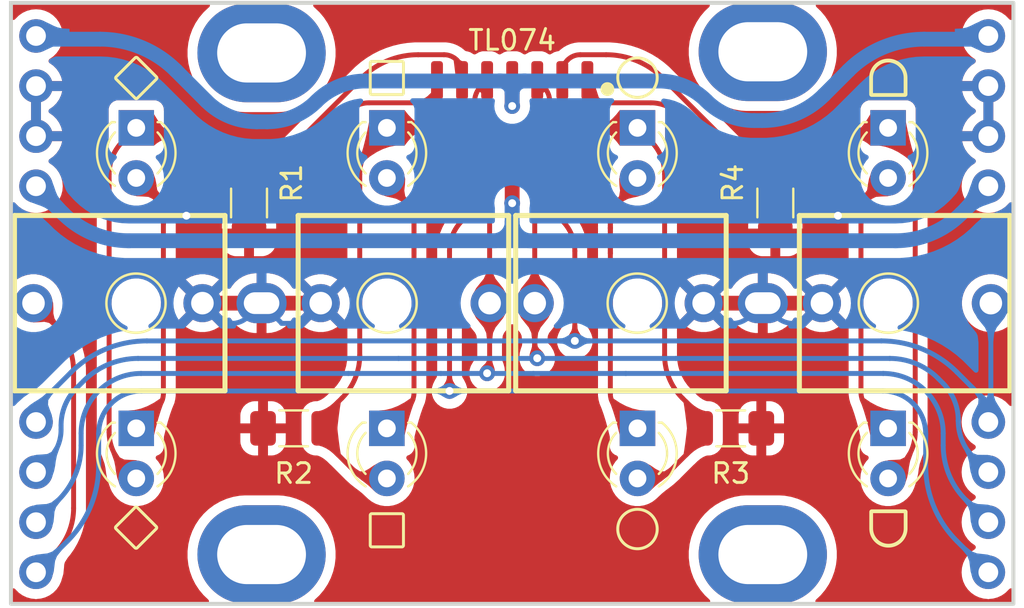
<source format=kicad_pcb>
(kicad_pcb (version 20221018) (generator pcbnew)
  (layers (0 "F.Cu" signal) (31 "B.Cu" signal) (34 "B.Paste" user) (35 "F.Paste" user) (36 "B.SilkS" user "B.Silkscreen") (37 "F.SilkS" user "F.Silkscreen") (38 "B.Mask" user) (39 "F.Mask" user) (44 "Edge.Cuts" user))
  (net 0 "")
  (net 1 "Net-(D1-K)")
  (net 2 "Net-(D1-A)")
  (net 3 "Net-(D3-K)")
  (net 4 "Net-(D3-A)")
  (net 5 "Net-(D5-K)")
  (net 6 "Net-(D5-A)")
  (net 7 "Net-(D7-K)")
  (net 8 "Net-(D7-A)")
  (net 9 "GND")
  (net 10 "+12v")
  (net 11 "-12v")
  (net 12 "Signal 1")
  (net 13 "Signal 2")
  (net 14 "Signal 3")
  (net 15 "Signal 4")
  (footprint "LED_THT:LED_D3.0mm" (layer "F.Cu") (at 127 82.54 -90)
    (fp_text reference "D2" hide)
    (fp_text value "LED")
  )
  (footprint "PCM_4ms_Jack:EighthInch_PJ398SM_with_hole" (layer "F.Cu") (at 165.1 76.19 180)
    (fp_text reference "J4" hide)
    (fp_text value "3.5mm_Mono_Switched" hide)
  )
  (footprint "LED_THT:LED_D3.0mm" (layer "F.Cu") (at 165.1 67.3 -90)
    (fp_text reference "D7" hide)
    (fp_text value "LED")
  )
  (footprint "LED_THT:LED_D3.0mm" (layer "F.Cu") (at 152.4 82.54 -90)
    (fp_text reference "D6" hide)
    (fp_text value "LED")
  )
  (footprint "LED_THT:LED_D3.0mm" (layer "F.Cu") (at 139.7 67.3 -90)
    (fp_text reference "D3" hide)
    (fp_text value "LED")
  )
  (footprint "Resistor_SMD:R_1206_3216Metric_Pad1.30x1.75mm_HandSolder" (layer "F.Cu") (at 132.715 71.11 -90)
    (fp_text reference "R1")
    (fp_text value "1k")
  )
  (footprint "PCM_4ms_Jack:EighthInch_PJ398SM_with_hole" (layer "F.Cu") (at 139.7 76.19 180)
    (fp_text reference "J2" hide)
    (fp_text value "3.5mm_Mono_Switched" hide)
  )
  (footprint "Package_SO:SOIC-14_3.9x8.7mm_P1.27mm" (layer "F.Cu") (at 146.05 67.365 -90)
    (fp_text reference "TL074")
    (fp_text value "TL074")
  )
  (footprint "LED_THT:LED_D3.0mm" (layer "F.Cu") (at 165.1 82.54 -90)
    (fp_text reference "D8" hide)
    (fp_text value "LED")
  )
  (footprint "PCM_4ms_Jack:EighthInch_PJ398SM_with_hole" (layer "F.Cu") (at 152.4 76.19)
    (fp_text reference "J3" hide)
    (fp_text value "3.5mm_Mono_Switched" hide)
  )
  (footprint "LED_THT:LED_D3.0mm" (layer "F.Cu") (at 152.4 67.3 -90)
    (fp_text reference "D5" hide)
    (fp_text value "LED")
  )
  (footprint "LED_THT:LED_D3.0mm" (layer "F.Cu") (at 127 67.3 -90)
    (fp_text reference "D1" hide)
    (fp_text value "LED")
  )
  (footprint "Resistor_SMD:R_1206_3216Metric_Pad1.30x1.75mm_HandSolder" (layer "F.Cu") (at 134.975 82.54 180)
    (fp_text reference "R2")
    (fp_text value "1k")
  )
  (footprint "LED_THT:LED_D3.0mm" (layer "F.Cu") (at 139.7 82.54 -90)
    (fp_text reference "D4" hide)
    (fp_text value "LED")
  )
  (footprint "Resistor_SMD:R_1206_3216Metric_Pad1.30x1.75mm_HandSolder" (layer "F.Cu") (at 159.385 71.11 -90)
    (fp_text reference "R4")
    (fp_text value "1k")
  )
  (footprint "Resistor_SMD:R_1206_3216Metric_Pad1.30x1.75mm_HandSolder" (layer "F.Cu") (at 157.125 82.54)
    (fp_text reference "R3")
    (fp_text value "1k")
  )
  (footprint "PCM_4ms_Jack:EighthInch_PJ398SM_with_hole" (layer "F.Cu") (at 127 76.19)
    (fp_text reference "J1" hide)
    (fp_text value "3.5mm_Mono_Switched" hide)
  )
  (footprint "Leon:Leon 0.5u Mounting Hole" (layer "B.Cu") (at 158.75 63.44 180)
    (fp_text reference "REF**" hide)
    (fp_text value "Leon 0.5u Mounting Hole" hide)
  )
  (footprint "Connector_PinHeader_2.54mm:PinHeader_1x04_P2.54mm_Vertical_no_silkscreen" (layer "B.Cu") (at 170.18 89.84)
    (fp_text reference "J6" hide)
    (fp_text value "Conn_01x04_Pin" hide)
  )
  (footprint "Leon:Leon 0.5u Mounting Hole" (layer "B.Cu") (at 158.75 88.94 180)
    (fp_text reference "REF**" hide)
    (fp_text value "Leon 0.5u Mounting Hole" hide)
  )
  (footprint "Leon:Leon 0.5u Mounting Hole" (layer "B.Cu") (at 133.35 88.94 180)
    (fp_text reference "REF**" hide)
    (fp_text value "Leon 0.5u Mounting Hole" hide)
  )
  (footprint "Connector_PinHeader_2.54mm:PinHeader_1x04_P2.54mm_Vertical_no_silkscreen" (layer "B.Cu") (at 170.18 62.64 180)
    (fp_text reference "J5" hide)
    (fp_text value "Conn_01x04_Pin" hide)
  )
  (footprint "Leon:Leon 0.5u Mounting Hole" (layer "B.Cu") (at 133.35 63.5 180)
    (fp_text reference "REF**" hide)
    (fp_text value "Leon 0.5u Mounting Hole" hide)
  )
  (footprint "Connector_PinHeader_2.54mm:PinHeader_1x04_P2.54mm_Vertical_no_silkscreen" (layer "B.Cu") (at 121.92 62.64 180)
    (fp_text reference "J8" hide)
    (fp_text value "Conn_01x04_Pin" hide)
  )
  (footprint "Connector_PinHeader_2.54mm:PinHeader_1x04_P2.54mm_Vertical_no_silkscreen" (layer "B.Cu") (at 121.92 89.84)
    (fp_text reference "J7" hide)
    (fp_text value "Conn_01x04_Pin" hide)
  )
  (gr_line (start 165.862595 88.070888) (end 165.883618 88.034324) (stroke (width 0.1)) (layer "F.SilkS"))
  (gr_line (start 164.256118 64.583282) (end 164.248439 64.626279) (stroke (width 0.1)) (layer "F.SilkS"))
  (gr_line (start 164.73734 88.405166) (end 164.776016 88.422651) (stroke (width 0.1)) (layer "F.SilkS"))
  (gr_line (start 164.248781 65.624124) (end 164.249933 65.625122) (stroke (width 0.1)) (layer "F.SilkS"))
  (gr_line (start 165.931648 64.459038) (end 165.916014 64.419388) (stroke (width 0.1)) (layer "F.SilkS"))
  (gr_line (start 165.898529 64.380712) (end 165.879247 64.343064) (stroke (width 0.1)) (layer "F.SilkS"))
  (gr_line (start 165.988 86.768831) (end 165.987573 86.767324) (stroke (width 0.1)) (layer "F.SilkS"))
  (gr_line (start 165.957714 65.632006) (end 165.959278 65.631727) (stroke (width 0.1)) (layer "F.SilkS"))
  (gr_line (start 165.757807 64.172178) (end 165.728896 64.141855) (stroke (width 0.1)) (layer "F.SilkS"))
  (gr_line (start 164.268101 86.745661) (end 164.266565 86.746016) (stroke (width 0.1)) (layer "F.SilkS"))
  (gr_line (start 165.963796 65.630445) (end 165.965238 65.629877) (stroke (width 0.1)) (layer "F.SilkS"))
  (gr_line (start 165.329711 63.91361) (end 165.287469 63.903861) (stroke (width 0.1)) (layer "F.SilkS"))
  (gr_line (start 165.979207 65.618374) (end 165.980032 65.617086) (stroke (width 0.1)) (layer "F.SilkS"))
  (gr_line (start 165.026603 88.486758) (end 165.070944 88.49013) (stroke (width 0.1)) (layer "F.SilkS"))
  (gr_line (start 165.702944 88.264444) (end 165.733267 88.235533) (stroke (width 0.1)) (layer "F.SilkS"))
  (gr_line (start 165.671263 88.291886) (end 165.702944 88.264444) (stroke (width 0.1)) (layer "F.SilkS"))
  (gr_line (start 164.244177 86.767324) (end 164.24375 86.768831) (stroke (width 0.1)) (layer "F.SilkS"))
  (gr_line (start 164.242914 86.77352) (end 164.242791 86.775132) (stroke (width 0.1)) (layer "F.SilkS"))
  (gr_line (start 165.968167 86.746943) (end 165.966691 86.746443) (stroke (width 0.1)) (layer "F.SilkS"))
  (gr_line (start 165.916014 64.419388) (end 165.898529 64.380712) (stroke (width 0.1)) (layer "F.SilkS"))
  (gr_line (start 165.785249 64.203859) (end 165.757807 64.172178) (stroke (width 0.1)) (layer "F.SilkS"))
  (gr_line (start 165.957141 64.54104) (end 165.945375 64.499607) (stroke (width 0.1)) (layer "F.SilkS"))
  (gr_line (start 165.698573 64.112944) (end 165.666892 64.085502) (stroke (width 0.1)) (layer "F.SilkS"))
  (gr_line (start 165.945375 64.499607) (end 165.931648 64.459038) (stroke (width 0.1)) (layer "F.SilkS"))
  (gr_line (start 164.245881 86.763001) (end 164.245245 86.764407) (stroke (width 0.1)) (layer "F.SilkS"))
  (gr_line (start 165.200776 63.89063) (end 165.156435 63.887258) (stroke (width 0.1)) (layer "F.SilkS"))
  (gr_line (start 165.334082 88.463778) (end 165.375515 88.452012) (stroke (width 0.1)) (layer "F.SilkS"))
  (gr_line (start 164.699692 88.385884) (end 164.73734 88.405166) (stroke (width 0.1)) (layer "F.SilkS"))
  (gr_line (start 165.115875 88.491266) (end 165.160806 88.49013) (stroke (width 0.1)) (layer "F.SilkS"))
  (gr_line (start 165.987573 86.767324) (end 165.987073 86.765849) (stroke (width 0.1)) (layer "F.SilkS"))
  (gr_line (start 165.599676 64.035238) (end 165.564251 64.012527) (stroke (width 0.1)) (layer "F.SilkS"))
  (gr_line (start 165.986505 86.764407) (end 165.985869 86.763001) (stroke (width 0.1)) (layer "F.SilkS"))
  (gr_line (start 165.956125 65.632208) (end 165.957714 65.632006) (stroke (width 0.1)) (layer "F.SilkS"))
  (gr_line (start 165.070944 88.49013) (end 165.115875 88.491266) (stroke (width 0.1)) (layer "F.SilkS"))
  (gr_line (start 165.980121 64.669975) (end 165.974569 64.626279) (stroke (width 0.1)) (layer "F.SilkS"))
  (gr_line (start 165.638279 88.317807) (end 165.671263 88.291886) (stroke (width 0.1)) (layer "F.SilkS"))
  (gr_line (start 164.244677 86.765849) (end 164.244177 86.767324) (stroke (width 0.1)) (layer "F.SilkS"))
  (gr_line (start 164.265058 86.746443) (end 164.263583 86.746943) (stroke (width 0.1)) (layer "F.SilkS"))
  (gr_line (start 164.494112 64.141855) (end 164.465201 64.172178) (stroke (width 0.1)) (layer "F.SilkS"))
  (gr_line (start 164.411838 64.236843) (end 164.387495 64.271075) (stroke (width 0.1)) (layer "F.SilkS"))
  (gr_line (start 165.989 87.618141) (end 165.989 86.776766) (stroke (width 0.1)) (layer "F.SilkS"))
  (gr_line (start 164.260688 65.630945) (end 164.262194 65.631372) (stroke (width 0.1)) (layer "F.SilkS"))
  (gr_line (start 165.968013 65.62854) (end 165.969343 65.627775) (stroke (width 0.1)) (layer "F.SilkS"))
  (gr_line (start 164.343761 64.343064) (end 164.324479 64.380712) (stroke (width 0.1)) (layer "F.SilkS"))
  (gr_line (start 165.977379 65.620818) (end 165.978321 65.619619) (stroke (width 0.1)) (layer "F.SilkS"))
  (gr_line (start 165.604047 88.34215) (end 165.638279 88.317807) (stroke (width 0.1)) (layer "F.SilkS"))
  (gr_poly (pts (xy 152.451466 63.755301) (xy 152.502257 63.759164) (xy 152.552309 63.765524) (xy 152.60156 63.774319) (xy 152.649947 63.785487) (xy 152.697407 63.798964) (xy 152.743876 63.814687) (xy 152.789294 63.832595) (xy 152.833596 63.852623) (xy 152.876719 63.87471) (xy 152.918601 63.898791) (xy 152.959179 63.924806) (xy 152.998391 63.952689) (xy 153.036172 63.98238) (xy 153.072461 64.013814) (xy 153.107195 64.04693) (xy 153.140311 64.081664) (xy 153.171745 64.117953) (xy 153.201436 64.155734) (xy 153.229319 64.194946) (xy 153.255333 64.235524) (xy 153.279415 64.277406) (xy 153.301502 64.320529) (xy 153.32153 64.364831) (xy 153.339438 64.410248) (xy 153.355161 64.456718) (xy 153.368638 64.504178) (xy 153.379806 64.552565) (xy 153.388601 64.601816) (xy 153.394961 64.651868) (xy 153.398824 64.702659) (xy 153.400125 64.754125) (xy 153.398824 64.805591) (xy 153.394961 64.856382) (xy 153.388601 64.906434) (xy 153.379806 64.955685) (xy 153.368638 65.004072) (xy 153.355161 65.051532) (xy 153.339438 65.098001) (xy 153.32153 65.143419) (xy 153.301502 65.187721) (xy 153.279415 65.230844) (xy 153.255333 65.272726) (xy 153.229319 65.313304) (xy 153.201436 65.352516) (xy 153.171745 65.390297) (xy 153.140311 65.426586) (xy 153.107195 65.46132) (xy 153.072461 65.494436) (xy 153.036172 65.52587) (xy 152.998391 65.555561) (xy 152.959179 65.583444) (xy 152.918601 65.609458) (xy 152.876719 65.63354) (xy 152.833596 65.655627) (xy 152.789294 65.675655) (xy 152.743876 65.693563) (xy 152.697407 65.709286) (xy 152.649947 65.722763) (xy 152.60156 65.733931) (xy 152.552309 65.742726) (xy 152.502257 65.749086) (xy 152.451466 65.752949) (xy 152.4 65.75425) (xy 152.348534 65.752949) (xy 152.297743 65.749086) (xy 152.247691 65.742726) (xy 152.19844 65.733931) (xy 152.150053 65.722763) (xy 152.102593 65.709286) (xy 152.056123 65.693563) (xy 152.010706 65.675655) (xy 151.966404 65.655627) (xy 151.923281 65.63354) (xy 151.881399 65.609458) (xy 151.840821 65.583444) (xy 151.801609 65.555561) (xy 151.763828 65.52587) (xy 151.727539 65.494436) (xy 151.692805 65.46132) (xy 151.659689 65.426586) (xy 151.628255 65.390297) (xy 151.598564 65.352516) (xy 151.570681 65.313304) (xy 151.544666 65.272726) (xy 151.520585 65.230844) (xy 151.498498 65.187721) (xy 151.47847 65.143419) (xy 151.460562 65.098001) (xy 151.444839 65.051532) (xy 151.431362 65.004072) (xy 151.420194 64.955685) (xy 151.411399 64.906434) (xy 151.405039 64.856382) (xy 151.401176 64.805591) (xy 151.399875 64.754125) (xy 151.401176 64.702659) (xy 151.405039 64.651868) (xy 151.411399 64.601816) (xy 151.420194 64.552565) (xy 151.431362 64.504178) (xy 151.444839 64.456718) (xy 151.460562 64.410248) (xy 151.47847 64.364831) (xy 151.498498 64.320529) (xy 151.520585 64.277406) (xy 151.544666 64.235524) (xy 151.570681 64.194946) (xy 151.598564 64.155734) (xy 151.628255 64.117953) (xy 151.659689 64.081664) (xy 151.692805 64.04693) (xy 151.727539 64.013814) (xy 151.763828 63.98238) (xy 151.801609 63.952689) (xy 151.840821 63.924806) (xy 151.881399 63.898791) (xy 151.923281 63.87471) (xy 151.966404 63.852623) (xy 152.010706 63.832595) (xy 152.056123 63.814687) (xy 152.102593 63.798964) (xy 152.150053 63.785487) (xy 152.19844 63.774319) (xy 152.247691 63.765524) (xy 152.297743 63.759164) (xy 152.348534 63.755301) (xy 152.4 63.754)) (stroke (width 0.15)) (fill none) (layer "F.SilkS"))
  (gr_line (start 164.658757 64.012527) (end 164.623332 64.035238) (stroke (width 0.1)) (layer "F.SilkS"))
  (gr_line (start 164.257771 65.629877) (end 164.259212 65.630445) (stroke (width 0.1)) (layer "F.SilkS"))
  (gr_poly (pts (xy 165.066043 88.585256) (xy 165.016864 88.581516) (xy 164.968401 88.575358) (xy 164.920714 88.566842) (xy 164.873863 88.556029) (xy 164.82791 88.54298) (xy 164.782915 88.527755) (xy 164.73894 88.510416) (xy 164.696044 88.491024) (xy 164.65429 88.469638) (xy 164.613737 88.446321) (xy 164.574447 88.421133) (xy 164.536481 88.394134) (xy 164.499899 88.365386) (xy 164.464761 88.33495) (xy 164.43113 88.302886) (xy 164.399066 88.269255) (xy 164.36863 88.234118) (xy 164.339882 88.197535) (xy 164.312883 88.159569) (xy 164.287695 88.120279) (xy 164.264378 88.079726) (xy 164.242992 88.037972) (xy 164.2236 87.995077) (xy 164.206261 87.951101) (xy 164.191036 87.906106) (xy 164.177987 87.860153) (xy 164.167174 87.813303) (xy 164.158658 87.765615) (xy 164.1525 87.717152) (xy 164.14876 87.667974) (xy 164.1475 87.618141) (xy 164.1475 86.776766) (xy 164.147665 86.770231) (xy 164.148156 86.763781) (xy 164.148964 86.757426) (xy 164.15008 86.751172) (xy 164.151499 86.745027) (xy 164.15321 86.739001) (xy 164.155207 86.7331) (xy 164.157481 86.727333) (xy 164.160024 86.721707) (xy 164.162829 86.716231) (xy 164.165887 86.710913) (xy 164.16919 86.70576) (xy 164.172731 86.700781) (xy 164.176501 86.695983) (xy 164.180493 86.691375) (xy 164.184698 86.686964) (xy 164.189109 86.682759) (xy 164.193717 86.678767) (xy 164.198515 86.674997) (xy 164.203494 86.671456) (xy 164.208647 86.668153) (xy 164.213965 86.665095) (xy 164.219441 86.66229) (xy 164.225067 86.659747) (xy 164.230834 86.657473) (xy 164.236735 86.655476) (xy 164.242761 86.653765) (xy 164.248906 86.652346) (xy 164.25516 86.65123) (xy 164.261515 86.650422) (xy 164.267965 86.649931) (xy 164.2745 86.649766) (xy 165.115875 86.649766) (xy 165.95725 86.649766) (xy 165.963785 86.649931) (xy 165.970235 86.650422) (xy 165.976591 86.65123) (xy 165.982845 86.652346) (xy 165.988989 86.653765) (xy 165.995016 86.655476) (xy 166.000917 86.657473) (xy 166.006684 86.659747) (xy 166.01231 86.66229) (xy 166.017786 86.665095) (xy 166.023104 86.668153) (xy 166.028257 86.671456) (xy 166.033236 86.674997) (xy 166.038034 86.678767) (xy 166.042642 86.682759) (xy 166.047053 86.686964) (xy 166.051258 86.691375) (xy 166.055249 86.695983) (xy 166.05902 86.700781) (xy 166.06256 86.70576) (xy 166.065864 86.710913) (xy 166.068922 86.716231) (xy 166.071726 86.721707) (xy 166.07427 86.727333) (xy 166.076544 86.7331) (xy 166.07854 86.739001) (xy 166.080252 86.745027) (xy 166.08167 86.751172) (xy 166.082787 86.757426) (xy 166.083594 86.763781) (xy 166.084085 86.770231) (xy 166.08425 86.776766) (xy 166.08425 86.840266) (xy 165.89375 86.840266) (xy 165.115875 86.840266) (xy 164.338 86.840266) (xy 164.338 87.618141) (xy 164.339012 87.658171) (xy 164.342016 87.697674) (xy 164.346963 87.736604) (xy 164.353804 87.77491) (xy 164.36249 87.812544) (xy 164.372972 87.849458) (xy 164.385201 87.885601) (xy 164.399129 87.920925) (xy 164.414707 87.955382) (xy 164.431885 87.988923) (xy 164.450615 88.021498) (xy 164.470849 88.053059) (xy 164.492536 88.083556) (xy 164.515629 88.112942) (xy 164.540078 88.141167) (xy 164.565834 88.168182) (xy 164.592849 88.193938) (xy 164.621074 88.218387) (xy 164.65046 88.24148) (xy 164.680957 88.263167) (xy 164.712518 88.283401) (xy 164.745093 88.302131) (xy 164.778634 88.319309) (xy 164.813091 88.334887) (xy 164.848415 88.348815) (xy 164.884559 88.361044) (xy 164.921472 88.371527) (xy 164.959106 88.380212) (xy 164.997412 88.387053) (xy 165.036342 88.392) (xy 165.075846 88.395004) (xy 165.115875 88.396016) (xy 165.155905 88.395004) (xy 165.195408 88.392) (xy 165.234338 88.387053) (xy 165.272644 88.380212) (xy 165.310278 88.371527) (xy 165.347192 88.361044) (xy 165.383335 88.348815) (xy 165.418659 88.334887) (xy 165.453116 88.319309) (xy 165.486657 88.302131) (xy 165.519232 88.283401) (xy 165.550793 88.263167) (xy 165.58129 88.24148) (xy 165.610676 88.218387) (xy 165.638901 88.193938) (xy 165.665916 88.168182) (xy 165.691672 88.141167) (xy 165.716121 88.112942) (xy 165.739214 88.083556) (xy 165.760901 88.053059) (xy 165.781135 88.021498) (xy 165.799865 87.988923) (xy 165.817043 87.955382) (xy 165.832621 87.920925) (xy 165.846549 87.885601) (xy 165.858778 87.849458) (xy 165.869261 87.812544) (xy 165.877946 87.77491) (xy 165.884787 87.736604) (xy 165.889734 87.697674) (xy 165.892738 87.658171) (xy 165.89375 87.618141) (xy 165.89375 86.840266) (xy 166.08425 86.840266) (xy 166.08425 87.618141) (xy 166.08299 87.667974) (xy 166.07925 87.717152) (xy 166.073092 87.765615) (xy 166.064576 87.813303) (xy 166.053763 87.860153) (xy 166.040714 87.906106) (xy 166.025489 87.951101) (xy 166.00815 87.995077) (xy 165.988758 88.037972) (xy 165.967372 88.079726) (xy 165.944055 88.120279) (xy 165.918867 88.159569) (xy 165.891868 88.197535) (xy 165.86312 88.234118) (xy 165.832684 88.269255) (xy 165.80062 88.302886) (xy 165.766989 88.33495) (xy 165.731852 88.365386) (xy 165.695269 88.394134) (xy 165.657303 88.421133) (xy 165.618013 88.446321) (xy 165.57746 88.469638) (xy 165.535706 88.491024) (xy 165.492811 88.510416) (xy 165.448835 88.527755) (xy 165.40384 88.54298) (xy 165.357887 88.556029) (xy 165.311037 88.566842) (xy 165.263349 88.575358) (xy 165.214886 88.581516) (xy 165.165708 88.585256) (xy 165.115875 88.586516)) (fill solid) (layer "F.SilkS"))
  (gr_line (start 165.96689 64.583282) (end 165.957141 64.54104) (stroke (width 0.1)) (layer "F.SilkS"))
  (gr_line (start 164.254995 65.62854) (end 164.256364 65.629241) (stroke (width 0.1)) (layer "F.SilkS"))
  (gr_line (start 164.270238 87.836348) (end 164.282004 87.877781) (stroke (width 0.1)) (layer "F.SilkS"))
  (gr_line (start 165.835513 64.271075) (end 165.81117 64.236843) (stroke (width 0.1)) (layer "F.SilkS"))
  (gr_line (start 165.455734 88.422651) (end 165.49441 88.405166) (stroke (width 0.1)) (layer "F.SilkS"))
  (gr_line (start 165.983629 65.608557) (end 165.983984 65.607021) (stroke (width 0.1)) (layer "F.SilkS"))
  (gr_line (start 165.983984 65.607021) (end 165.984263 65.605457) (stroke (width 0.1)) (layer "F.SilkS"))
  (gr_line (start 165.949746 87.877781) (end 165.961512 87.836348) (stroke (width 0.1)) (layer "F.SilkS"))
  (gr_line (start 165.97894 87.751109) (end 165.984492 87.707413) (stroke (width 0.1)) (layer "F.SilkS"))
  (gr_line (start 164.259366 86.748848) (end 164.258036 86.749613) (stroke (width 0.1)) (layer "F.SilkS"))
  (gr_line (start 165.115875 86.745016) (end 164.2745 86.745016) (stroke (width 0.1)) (layer "F.SilkS"))
  (gr_line (start 165.983202 65.610064) (end 165.983629 65.608557) (stroke (width 0.1)) (layer "F.SilkS"))
  (gr_line (start 165.959278 65.631727) (end 165.960814 65.631372) (stroke (width 0.1)) (layer "F.SilkS"))
  (gr_line (start 165.984492 87.707413) (end 165.987864 87.663072) (stroke (width 0.1)) (layer "F.SilkS"))
  (gr_line (start 165.416084 88.438285) (end 165.455734 88.422651) (stroke (width 0.1)) (layer "F.SilkS"))
  (gr_line (start 164.249933 65.625122) (end 164.251133 65.626064) (stroke (width 0.1)) (layer "F.SilkS"))
  (gr_line (start 164.250998 86.755418) (end 164.25 86.75657) (stroke (width 0.1)) (layer "F.SilkS"))
  (gr_line (start 164.246627 65.62197) (end 164.247678 65.623073) (stroke (width 0.1)) (layer "F.SilkS"))
  (gr_line (start 164.29136 64.459038) (end 164.277633 64.499607) (stroke (width 0.1)) (layer "F.SilkS"))
  (gr_line (start 165.988959 86.775132) (end 165.988836 86.77352) (stroke (width 0.1)) (layer "F.SilkS"))
  (gr_line (start 165.111504 63.886122) (end 165.066573 63.887258) (stroke (width 0.1)) (layer "F.SilkS"))
  (gr_line (start 165.954513 65.632331) (end 165.956125 65.632208) (stroke (width 0.1)) (layer "F.SilkS"))
  (gr_line (start 164.248172 86.759014) (end 164.247347 86.760302) (stroke (width 0.1)) (layer "F.SilkS"))
  (gr_line (start 165.981498 65.614387) (end 165.982134 65.612981) (stroke (width 0.1)) (layer "F.SilkS"))
  (gr_line (start 164.663128 88.364861) (end 164.699692 88.385884) (stroke (width 0.1)) (layer "F.SilkS"))
  (gr_line (start 164.247347 86.760302) (end 164.246582 86.761632) (stroke (width 0.1)) (layer "F.SilkS"))
  (gr_line (start 165.451363 63.954737) (end 165.411713 63.939103) (stroke (width 0.1)) (layer "F.SilkS"))
  (gr_line (start 164.255503 86.751324) (end 164.254304 86.752266) (stroke (width 0.1)) (layer "F.SilkS"))
  (gr_line (start 165.988355 86.770367) (end 165.988 86.768831) (stroke (width 0.1)) (layer "F.SilkS"))
  (gr_line (start 165.762178 88.20521) (end 165.78962 88.173529) (stroke (width 0.1)) (layer "F.SilkS"))
  (gr_line (start 164.732969 63.972222) (end 164.695321 63.991504) (stroke (width 0.1)) (layer "F.SilkS"))
  (gr_line (start 164.935539 63.903861) (end 164.893297 63.91361) (stroke (width 0.1)) (layer "F.SilkS"))
  (gr_line (start 164.242791 86.775132) (end 164.24275 86.776766) (stroke (width 0.1)) (layer "F.SilkS"))
  (gr_line (start 164.256364 65.629241) (end 164.257771 65.629877) (stroke (width 0.1)) (layer "F.SilkS"))
  (gr_line (start 165.977446 86.752266) (end 165.976246 86.751324) (stroke (width 0.1)) (layer "F.SilkS"))
  (gr_line (start 165.95725 86.745016) (end 165.115875 86.745016) (stroke (width 0.1)) (layer "F.SilkS"))
  (gr_line (start 164.897668 88.463778) (end 164.93991 88.473527) (stroke (width 0.1)) (layer "F.SilkS"))
  (gr_line (start 165.973075 65.625122) (end 165.974227 65.624124) (stroke (width 0.1)) (layer "F.SilkS"))
  (gr_line (start 165.962085 86.745382) (end 165.960496 86.74518) (stroke (width 0.1)) (layer "F.SilkS"))
  (gr_line (start 165.970631 65.62695) (end 165.971876 65.626064) (stroke (width 0.1)) (layer "F.SilkS"))
  (gr_line (start 164.262141 86.747511) (end 164.260735 86.748147) (stroke (width 0.1)) (layer "F.SilkS"))
  (gr_line (start 165.980752 86.755418) (end 165.979701 86.754315) (stroke (width 0.1)) (layer "F.SilkS"))
  (gr_line (start 164.243395 86.770367) (end 164.243116 86.771931) (stroke (width 0.1)) (layer "F.SilkS"))
  (gr_line (start 165.984629 65.600622) (end 165.984629 64.759247) (stroke (width 0.1)) (layer "F.SilkS"))
  (gr_line (start 165.936019 87.91835) (end 165.949746 87.877781) (stroke (width 0.1)) (layer "F.SilkS"))
  (gr_line (start 164.242211 65.615756) (end 164.242976 65.617086) (stroke (width 0.1)) (layer "F.SilkS"))
  (gr_line (start 164.251133 65.626064) (end 164.252377 65.62695) (stroke (width 0.1)) (layer "F.SilkS"))
  (gr_line (start 164.247258 87.707413) (end 164.25281 87.751109) (stroke (width 0.1)) (layer "F.SilkS"))
  (gr_line (start 165.879247 64.343064) (end 165.858223 64.3065) (stroke (width 0.1)) (layer "F.SilkS"))
  (gr_line (start 165.985168 86.761632) (end 165.984403 86.760302) (stroke (width 0.1)) (layer "F.SilkS"))
  (gr_line (start 164.272866 86.745057) (end 164.271254 86.74518) (stroke (width 0.1)) (layer "F.SilkS"))
  (gr_line (start 165.978321 65.619619) (end 165.979207 65.618374) (stroke (width 0.1)) (layer "F.SilkS"))
  (gr_line (start 165.976381 65.62197) (end 165.977379 65.620818) (stroke (width 0.1)) (layer "F.SilkS"))
  (gr_line (start 164.24375 86.768831) (end 164.243395 86.770367) (stroke (width 0.1)) (layer "F.SilkS"))
  (gr_line (start 165.971015 86.748147) (end 165.969608 86.747511) (stroke (width 0.1)) (layer "F.SilkS"))
  (gr_line (start 164.239024 65.607021) (end 164.239379 65.608557) (stroke (width 0.1)) (layer "F.SilkS"))
  (gr_line (start 165.728896 64.141855) (end 165.698573 64.112944) (stroke (width 0.1)) (layer "F.SilkS"))
  (gr_line (start 165.987864 87.663072) (end 165.989 87.618141) (stroke (width 0.1)) (layer "F.SilkS"))
  (gr_line (start 164.437759 64.203859) (end 164.411838 64.236843) (stroke (width 0.1)) (layer "F.SilkS"))
  (gr_line (start 164.252377 65.62695) (end 164.253666 65.627775) (stroke (width 0.1)) (layer "F.SilkS"))
  (gr_line (start 165.979701 86.754315) (end 165.978598 86.753264) (stroke (width 0.1)) (layer "F.SilkS"))
  (gr_line (start 165.974569 64.626279) (end 165.96689 64.583282) (stroke (width 0.1)) (layer "F.SilkS"))
  (gr_line (start 164.695321 63.991504) (end 164.658757 64.012527) (stroke (width 0.1)) (layer "F.SilkS"))
  (gr_line (start 165.97533 65.623073) (end 165.976381 65.62197) (stroke (width 0.1)) (layer "F.SilkS"))
  (gr_line (start 164.24151 65.614387) (end 164.242211 65.615756) (stroke (width 0.1)) (layer "F.SilkS"))
  (gr_line (start 165.952879 65.632372) (end 165.954513 65.632331) (stroke (width 0.1)) (layer "F.SilkS"))
  (gr_line (start 164.978536 63.896182) (end 164.935539 63.903861) (stroke (width 0.1)) (layer "F.SilkS"))
  (gr_line (start 164.25 86.75657) (end 164.249058 86.757769) (stroke (width 0.1)) (layer "F.SilkS"))
  (gr_line (start 164.24275 87.618141) (end 164.243886 87.663072) (stroke (width 0.1)) (layer "F.SilkS"))
  (gr_line (start 165.98175 86.75657) (end 165.980752 86.755418) (stroke (width 0.1)) (layer "F.SilkS"))
  (gr_line (start 164.252049 86.754315) (end 164.250998 86.755418) (stroke (width 0.1)) (layer "F.SilkS"))
  (gr_line (start 164.5891 64.059581) (end 164.556116 64.085502) (stroke (width 0.1)) (layer "F.SilkS"))
  (gr_line (start 164.238543 65.603868) (end 164.238745 65.605457) (stroke (width 0.1)) (layer "F.SilkS"))
  (gr_line (start 164.277633 64.499607) (end 164.265867 64.54104) (stroke (width 0.1)) (layer "F.SilkS"))
  (gr_line (start 165.980032 65.617086) (end 165.980797 65.615756) (stroke (width 0.1)) (layer "F.SilkS"))
  (gr_line (start 164.258036 86.749613) (end 164.256748 86.750438) (stroke (width 0.1)) (layer "F.SilkS"))
  (gr_line (start 164.324479 64.380712) (end 164.306994 64.419388) (stroke (width 0.1)) (layer "F.SilkS"))
  (gr_line (start 165.971261 87.794106) (end 165.97894 87.751109) (stroke (width 0.1)) (layer "F.SilkS"))
  (gr_line (start 165.49441 88.405166) (end 165.532058 88.385884) (stroke (width 0.1)) (layer "F.SilkS"))
  (gr_line (start 164.593471 88.317807) (end 164.627703 88.34215) (stroke (width 0.1)) (layer "F.SilkS"))
  (gr_line (start 164.247678 65.623073) (end 164.248781 65.624124) (stroke (width 0.1)) (layer "F.SilkS"))
  (gr_line (start 165.982702 65.611539) (end 165.983202 65.610064) (stroke (width 0.1)) (layer "F.SilkS"))
  (gr_line (start 164.268495 65.632331) (end 164.270129 65.632372) (stroke (width 0.1)) (layer "F.SilkS"))
  (gr_line (start 164.254304 86.752266) (end 164.253152 86.753264) (stroke (width 0.1)) (layer "F.SilkS"))
  (gr_line (start 164.369156 88.070888) (end 164.391866 88.106313) (stroke (width 0.1)) (layer "F.SilkS"))
  (gr_line (start 165.987073 86.765849) (end 165.986505 86.764407) (stroke (width 0.1)) (layer "F.SilkS"))
  (gr_line (start 165.815541 88.140545) (end 165.839884 88.106313) (stroke (width 0.1)) (layer "F.SilkS"))
  (gr_line (start 164.239379 65.608557) (end 164.239806 65.610064) (stroke (width 0.1)) (layer "F.SilkS"))
  (gr_line (start 165.975002 86.750438) (end 165.973713 86.749613) (stroke (width 0.1)) (layer "F.SilkS"))
  (gr_line (start 165.958884 86.745057) (end 165.95725 86.745016) (stroke (width 0.1)) (layer "F.SilkS"))
  (gr_line (start 164.24275 86.776766) (end 164.24275 87.618141) (stroke (width 0.1)) (layer "F.SilkS"))
  (gr_line (start 164.253666 65.627775) (end 164.254995 65.62854) (stroke (width 0.1)) (layer "F.SilkS"))
  (gr_line (start 164.811295 63.939103) (end 164.771645 63.954737) (stroke (width 0.1)) (layer "F.SilkS"))
  (gr_line (start 164.391866 88.106313) (end 164.416209 88.140545) (stroke (width 0.1)) (layer "F.SilkS"))
  (gr_poly (pts (xy 127.003809 63.725339) (xy 127.007609 63.725612) (xy 127.011396 63.726066) (xy 127.015161 63.726701) (xy 127.018898 63.727519) (xy 127.0226 63.728518) (xy 127.02626 63.729698) (xy 127.02987 63.73106) (xy 127.033424 63.732604) (xy 127.036914 63.73433) (xy 127.040334 63.736237) (xy 127.043676 63.738325) (xy 127.046933 63.740596) (xy 127.050099 63.743048) (xy 127.053166 63.745681) (xy 127.056128 63.748497) (xy 128.021505 64.713874) (xy 128.02432 64.716835) (xy 128.026954 64.719902) (xy 128.029406 64.723068) (xy 128.031676 64.726326) (xy 128.033765 64.729668) (xy 128.035672 64.733088) (xy 128.037398 64.736578) (xy 128.038941 64.740132) (xy 128.040304 64.743742) (xy 128.041484 64.747402) (xy 128.042483 64.751103) (xy 128.0433 64.754841) (xy 128.043936 64.758606) (xy 128.04439 64.762392) (xy 128.044663 64.766193) (xy 128.044753 64.770001) (xy 128.044663 64.773808) (xy 128.04439 64.777609) (xy 128.043936 64.781395) (xy 128.0433 64.785161) (xy 128.042483 64.788898) (xy 128.041484 64.7926) (xy 128.040303 64.796259) (xy 128.038941 64.79987) (xy 128.037397 64.803423) (xy 128.035672 64.806914) (xy 128.033765 64.810333) (xy 128.031676 64.813676) (xy 128.029406 64.816933) (xy 128.026954 64.820099) (xy 128.02432 64.823166) (xy 128.021505 64.826127) (xy 127.056128 65.791505) (xy 127.053166 65.79432) (xy 127.050099 65.796954) (xy 127.046933 65.799406) (xy 127.043676 65.801676) (xy 127.040334 65.803765) (xy 127.036914 65.805672) (xy 127.033424 65.807397) (xy 127.02987 65.808941) (xy 127.02626 65.810303) (xy 127.0226 65.811484) (xy 127.018898 65.812483) (xy 127.015161 65.8133) (xy 127.011396 65.813936) (xy 127.007609 65.81439) (xy 127.003809 65.814662) (xy 127.000001 65.814753) (xy 126.996193 65.814662) (xy 126.992393 65.81439) (xy 126.988606 65.813936) (xy 126.984841 65.8133) (xy 126.981104 65.812483) (xy 126.977402 65.811484) (xy 126.973742 65.810303) (xy 126.970132 65.808941) (xy 126.966578 65.807397) (xy 126.963088 65.805672) (xy 126.959668 65.803765) (xy 126.956326 65.801676) (xy 126.953069 65.799406) (xy 126.949903 65.796954) (xy 126.946836 65.79432) (xy 126.943874 65.791505) (xy 125.978497 64.826127) (xy 125.975682 64.823166) (xy 125.973048 64.820099) (xy 125.970596 64.816933) (xy 125.968326 64.813676) (xy 125.966237 64.810333) (xy 125.96433 64.806914) (xy 125.962604 64.803423) (xy 125.961061 64.79987) (xy 125.959698 64.796259) (xy 125.958518 64.7926) (xy 125.957519 64.788898) (xy 125.956701 64.785161) (xy 125.956066 64.781395) (xy 125.955612 64.777609) (xy 125.955339 64.773808) (xy 125.955248 64.770001) (xy 125.955339 64.766193) (xy 125.955612 64.762392) (xy 125.956066 64.758606) (xy 125.956702 64.754841) (xy 125.957519 64.751103) (xy 125.958518 64.747402) (xy 125.959698 64.743742) (xy 125.961061 64.740132) (xy 125.962604 64.736578) (xy 125.96433 64.733088) (xy 125.966237 64.729668) (xy 125.968326 64.726326) (xy 125.970596 64.723068) (xy 125.973048 64.719902) (xy 125.975682 64.716835) (xy 125.978497 64.713874) (xy 126.943874 63.748497) (xy 126.946836 63.745681) (xy 126.949903 63.743048) (xy 126.953069 63.740596) (xy 126.956326 63.738325) (xy 126.959668 63.736237) (xy 126.963088 63.73433) (xy 126.966578 63.732604) (xy 126.970132 63.73106) (xy 126.973742 63.729698) (xy 126.977402 63.728518) (xy 126.981104 63.727519) (xy 126.984841 63.726701) (xy 126.988606 63.726066) (xy 126.992393 63.725612) (xy 126.996193 63.725339) (xy 127.000001 63.725248)) (stroke (width 0.15)) (fill none) (layer "F.SilkS"))
  (gr_line (start 165.532058 88.385884) (end 165.568622 88.364861) (stroke (width 0.1)) (layer "F.SilkS"))
  (gr_line (start 164.266565 86.746016) (end 164.265058 86.746443) (stroke (width 0.1)) (layer "F.SilkS"))
  (gr_line (start 164.260735 86.748147) (end 164.259366 86.748848) (stroke (width 0.1)) (layer "F.SilkS"))
  (gr_line (start 165.375515 88.452012) (end 165.416084 88.438285) (stroke (width 0.1)) (layer "F.SilkS"))
  (gr_line (start 165.156435 63.887258) (end 165.111504 63.886122) (stroke (width 0.1)) (layer "F.SilkS"))
  (gr_line (start 164.256748 86.750438) (end 164.255503 86.751324) (stroke (width 0.1)) (layer "F.SilkS"))
  (gr_line (start 164.295731 87.91835) (end 164.311365 87.958) (stroke (width 0.1)) (layer "F.SilkS"))
  (gr_line (start 165.287469 63.903861) (end 165.244472 63.896182) (stroke (width 0.1)) (layer "F.SilkS"))
  (gr_line (start 164.239515 64.714316) (end 164.238379 64.759247) (stroke (width 0.1)) (layer "F.SilkS"))
  (gr_line (start 164.851864 63.925376) (end 164.811295 63.939103) (stroke (width 0.1)) (layer "F.SilkS"))
  (gr_line (start 164.243116 86.771931) (end 164.242914 86.77352) (stroke (width 0.1)) (layer "F.SilkS"))
  (gr_line (start 164.2745 86.745016) (end 164.272866 86.745057) (stroke (width 0.1)) (layer "F.SilkS"))
  (gr_line (start 165.969343 65.627775) (end 165.970631 65.62695) (stroke (width 0.1)) (layer "F.SilkS"))
  (gr_line (start 164.245629 65.620818) (end 164.246627 65.62197) (stroke (width 0.1)) (layer "F.SilkS"))
  (gr_line (start 165.160806 88.49013) (end 165.205147 88.486758) (stroke (width 0.1)) (layer "F.SilkS"))
  (gr_line (start 164.627703 88.34215) (end 164.663128 88.364861) (stroke (width 0.1)) (layer "F.SilkS"))
  (gr_line (start 164.387495 64.271075) (end 164.364784 64.3065) (stroke (width 0.1)) (layer "F.SilkS"))
  (gr_line (start 165.371144 63.925376) (end 165.329711 63.91361) (stroke (width 0.1)) (layer "F.SilkS"))
  (gr_line (start 164.416209 88.140545) (end 164.44213 88.173529) (stroke (width 0.1)) (layer "F.SilkS"))
  (gr_line (start 164.260489 87.794106) (end 164.270238 87.836348) (stroke (width 0.1)) (layer "F.SilkS"))
  (gr_line (start 165.633908 64.059581) (end 165.599676 64.035238) (stroke (width 0.1)) (layer "F.SilkS"))
  (gr_line (start 165.411713 63.939103) (end 165.371144 63.925376) (stroke (width 0.1)) (layer "F.SilkS"))
  (gr_line (start 165.490039 63.972222) (end 165.451363 63.954737) (stroke (width 0.1)) (layer "F.SilkS"))
  (gr_line (start 164.93991 88.473527) (end 164.982907 88.481206) (stroke (width 0.1)) (layer "F.SilkS"))
  (gr_line (start 165.858223 64.3065) (end 165.835513 64.271075) (stroke (width 0.1)) (layer "F.SilkS"))
  (gr_poly (pts (xy 140.465675 86.868103) (xy 140.469706 86.86841) (xy 140.473678 86.868915) (xy 140.477587 86.869613) (xy 140.481427 86.870499) (xy 140.485194 86.871569) (xy 140.488882 86.872816) (xy 140.492486 86.874238) (xy 140.496002 86.875827) (xy 140.499425 86.87758) (xy 140.502749 86.879491) (xy 140.505969 86.881556) (xy 140.509081 86.883769) (xy 140.51208 86.886125) (xy 140.51496 86.88862) (xy 140.517716 86.891248) (xy 140.520345 86.894005) (xy 140.522839 86.896885) (xy 140.525196 86.899884) (xy 140.527409 86.902996) (xy 140.529473 86.906216) (xy 140.531385 86.90954) (xy 140.533138 86.912963) (xy 140.534727 86.916479) (xy 140.536148 86.920083) (xy 140.537396 86.923771) (xy 140.538466 86.927538) (xy 140.539352 86.931378) (xy 140.54005 86.935287) (xy 140.540555 86.939259) (xy 140.540862 86.94329) (xy 140.540965 86.947375) (xy 140.540965 88.471375) (xy 140.540862 88.47546) (xy 140.540555 88.479491) (xy 140.54005 88.483463) (xy 140.539352 88.487372) (xy 140.538466 88.491212) (xy 140.537396 88.494979) (xy 140.536148 88.498667) (xy 140.534727 88.502271) (xy 140.533138 88.505787) (xy 140.531385 88.50921) (xy 140.529473 88.512534) (xy 140.527409 88.515754) (xy 140.525196 88.518866) (xy 140.522839 88.521865) (xy 140.520345 88.524745) (xy 140.517716 88.527501) (xy 140.51496 88.53013) (xy 140.51208 88.532624) (xy 140.509081 88.534981) (xy 140.505969 88.537194) (xy 140.502749 88.539258) (xy 140.499425 88.54117) (xy 140.496002 88.542923) (xy 140.492486 88.544512) (xy 140.488882 88.545933) (xy 140.485194 88.547181) (xy 140.481427 88.548251) (xy 140.477587 88.549137) (xy 140.473678 88.549835) (xy 140.469706 88.55034) (xy 140.465675 88.550647) (xy 140.46159 88.55075) (xy 138.93759 88.55075) (xy 138.933505 88.550647) (xy 138.929474 88.55034) (xy 138.925502 88.549835) (xy 138.921593 88.549137) (xy 138.917753 88.548251) (xy 138.913986 88.547181) (xy 138.910298 88.545933) (xy 138.906694 88.544512) (xy 138.903178 88.542923) (xy 138.899755 88.54117) (xy 138.896431 88.539258) (xy 138.893211 88.537194) (xy 138.890099 88.534981) (xy 138.8871 88.532624) (xy 138.88422 88.53013) (xy 138.881463 88.527501) (xy 138.878835 88.524745) (xy 138.87634 88.521865) (xy 138.873984 88.518866) (xy 138.871771 88.515754) (xy 138.869706 88.512534) (xy 138.867795 88.50921) (xy 138.866042 88.505787) (xy 138.864453 88.502271) (xy 138.863031 88.498667) (xy 138.861784 88.494979) (xy 138.860714 88.491212) (xy 138.859828 88.487372) (xy 138.85913 88.483463) (xy 138.858625 88.479491) (xy 138.858318 88.47546) (xy 138.858215 88.471375) (xy 138.858215 86.947375) (xy 138.858318 86.94329) (xy 138.858625 86.939259) (xy 138.85913 86.935287) (xy 138.859828 86.931378) (xy 138.860714 86.927538) (xy 138.861784 86.923771) (xy 138.863031 86.920083) (xy 138.864453 86.916479) (xy 138.866042 86.912963) (xy 138.867795 86.90954) (xy 138.869706 86.906216) (xy 138.871771 86.902996) (xy 138.873984 86.899884) (xy 138.87634 86.896885) (xy 138.878835 86.894005) (xy 138.881463 86.891248) (xy 138.88422 86.88862) (xy 138.8871 86.886125) (xy 138.890099 86.883769) (xy 138.893211 86.881556) (xy 138.896431 86.879491) (xy 138.899755 86.87758) (xy 138.903178 86.875827) (xy 138.906694 86.874238) (xy 138.910298 86.872816) (xy 138.913986 86.871569) (xy 138.917753 86.870499) (xy 138.921593 86.869613) (xy 138.925502 86.868915) (xy 138.929474 86.86841) (xy 138.933505 86.868103) (xy 138.93759 86.868) (xy 140.46159 86.868)) (stroke (width 0.15)) (fill none) (layer "F.SilkS"))
  (gr_line (start 164.239806 65.610064) (end 164.240306 65.611539) (stroke (width 0.1)) (layer "F.SilkS"))
  (gr_line (start 165.961512 87.836348) (end 165.971261 87.794106) (stroke (width 0.1)) (layer "F.SilkS"))
  (gr_line (start 165.983578 86.759014) (end 165.982692 86.757769) (stroke (width 0.1)) (layer "F.SilkS"))
  (gr_line (start 165.81117 64.236843) (end 165.785249 64.203859) (stroke (width 0.1)) (layer "F.SilkS"))
  (gr_line (start 164.282004 87.877781) (end 164.295731 87.91835) (stroke (width 0.1)) (layer "F.SilkS"))
  (gr_line (start 165.988634 86.771931) (end 165.988355 86.770367) (stroke (width 0.1)) (layer "F.SilkS"))
  (gr_line (start 164.469572 88.20521) (end 164.498483 88.235533) (stroke (width 0.1)) (layer "F.SilkS"))
  (gr_line (start 164.238745 65.605457) (end 164.239024 65.607021) (stroke (width 0.1)) (layer "F.SilkS"))
  (gr_line (start 165.920385 87.958) (end 165.936019 87.91835) (stroke (width 0.1)) (layer "F.SilkS"))
  (gr_line (start 164.776016 88.422651) (end 164.815666 88.438285) (stroke (width 0.1)) (layer "F.SilkS"))
  (gr_line (start 164.244687 65.619619) (end 164.245629 65.620818) (stroke (width 0.1)) (layer "F.SilkS"))
  (gr_line (start 164.528806 88.264444) (end 164.560487 88.291886) (stroke (width 0.1)) (layer "F.SilkS"))
  (gr_line (start 165.983493 64.714316) (end 165.980121 64.669975) (stroke (width 0.1)) (layer "F.SilkS"))
  (gr_line (start 164.556116 64.085502) (end 164.524435 64.112944) (stroke (width 0.1)) (layer "F.SilkS"))
  (gr_line (start 165.971876 65.626064) (end 165.973075 65.625122) (stroke (width 0.1)) (layer "F.SilkS"))
  (gr_line (start 164.32885 87.996676) (end 164.348132 88.034324) (stroke (width 0.1)) (layer "F.SilkS"))
  (gr_line (start 165.883618 88.034324) (end 165.9029 87.996676) (stroke (width 0.1)) (layer "F.SilkS"))
  (gr_line (start 165.111504 65.632372) (end 165.952879 65.632372) (stroke (width 0.1)) (layer "F.SilkS"))
  (gr_line (start 165.984588 65.602256) (end 165.984629 65.600622) (stroke (width 0.1)) (layer "F.SilkS"))
  (gr_line (start 165.965185 86.746016) (end 165.963649 86.745661) (stroke (width 0.1)) (layer "F.SilkS"))
  (gr_line (start 165.984629 64.759247) (end 165.983493 64.714316) (stroke (width 0.1)) (layer "F.SilkS"))
  (gr_line (start 164.25281 87.751109) (end 164.260489 87.794106) (stroke (width 0.1)) (layer "F.SilkS"))
  (gr_line (start 165.733267 88.235533) (end 165.762178 88.20521) (stroke (width 0.1)) (layer "F.SilkS"))
  (gr_line (start 165.985869 86.763001) (end 165.985168 86.761632) (stroke (width 0.1)) (layer "F.SilkS"))
  (gr_line (start 164.26373 65.631727) (end 164.265294 65.632006) (stroke (width 0.1)) (layer "F.SilkS"))
  (gr_line (start 164.348132 88.034324) (end 164.369156 88.070888) (stroke (width 0.1)) (layer "F.SilkS"))
  (gr_line (start 164.240874 65.612981) (end 164.24151 65.614387) (stroke (width 0.1)) (layer "F.SilkS"))
  (gr_line (start 165.066573 63.887258) (end 165.022232 63.89063) (stroke (width 0.1)) (layer "F.SilkS"))
  (gr_line (start 165.839884 88.106313) (end 165.862595 88.070888) (stroke (width 0.1)) (layer "F.SilkS"))
  (gr_line (start 164.253152 86.753264) (end 164.252049 86.754315) (stroke (width 0.1)) (layer "F.SilkS"))
  (gr_line (start 165.972384 86.748848) (end 165.971015 86.748147) (stroke (width 0.1)) (layer "F.SilkS"))
  (gr_line (start 164.498483 88.235533) (end 164.528806 88.264444) (stroke (width 0.1)) (layer "F.SilkS"))
  (gr_line (start 164.524435 64.112944) (end 164.494112 64.141855) (stroke (width 0.1)) (layer "F.SilkS"))
  (gr_line (start 164.771645 63.954737) (end 164.732969 63.972222) (stroke (width 0.1)) (layer "F.SilkS"))
  (gr_line (start 164.44213 88.173529) (end 164.469572 88.20521) (stroke (width 0.1)) (layer "F.SilkS"))
  (gr_line (start 165.980797 65.615756) (end 165.981498 65.614387) (stroke (width 0.1)) (layer "F.SilkS"))
  (gr_line (start 165.989 86.776766) (end 165.988959 86.775132) (stroke (width 0.1)) (layer "F.SilkS"))
  (gr_line (start 165.963649 86.745661) (end 165.962085 86.745382) (stroke (width 0.1)) (layer "F.SilkS"))
  (gr_line (start 164.465201 64.172178) (end 164.437759 64.203859) (stroke (width 0.1)) (layer "F.SilkS"))
  (gr_line (start 165.564251 64.012527) (end 165.527687 63.991504) (stroke (width 0.1)) (layer "F.SilkS"))
  (gr_line (start 164.364784 64.3065) (end 164.343761 64.343064) (stroke (width 0.1)) (layer "F.SilkS"))
  (gr_line (start 164.243801 65.618374) (end 164.244687 65.619619) (stroke (width 0.1)) (layer "F.SilkS"))
  (gr_line (start 165.9029 87.996676) (end 165.920385 87.958) (stroke (width 0.1)) (layer "F.SilkS"))
  (gr_line (start 165.248843 88.481206) (end 165.29184 88.473527) (stroke (width 0.1)) (layer "F.SilkS"))
  (gr_line (start 164.240306 65.611539) (end 164.240874 65.612981) (stroke (width 0.1)) (layer "F.SilkS"))
  (gr_line (start 165.984263 65.605457) (end 165.984465 65.603868) (stroke (width 0.1)) (layer "F.SilkS"))
  (gr_line (start 165.973713 86.749613) (end 165.972384 86.748848) (stroke (width 0.1)) (layer "F.SilkS"))
  (gr_line (start 165.984465 65.603868) (end 165.984588 65.602256) (stroke (width 0.1)) (layer "F.SilkS"))
  (gr_line (start 164.249058 86.757769) (end 164.248172 86.759014) (stroke (width 0.1)) (layer "F.SilkS"))
  (gr_line (start 164.262194 65.631372) (end 164.26373 65.631727) (stroke (width 0.1)) (layer "F.SilkS"))
  (gr_line (start 165.976246 86.751324) (end 165.975002 86.750438) (stroke (width 0.1)) (layer "F.SilkS"))
  (gr_line (start 165.965238 65.629877) (end 165.966644 65.629241) (stroke (width 0.1)) (layer "F.SilkS"))
  (gr_line (start 164.306994 64.419388) (end 164.29136 64.459038) (stroke (width 0.1)) (layer "F.SilkS"))
  (gr_line (start 165.022232 63.89063) (end 164.978536 63.896182) (stroke (width 0.1)) (layer "F.SilkS"))
  (gr_line (start 164.245245 86.764407) (end 164.244677 86.765849) (stroke (width 0.1)) (layer "F.SilkS"))
  (gr_line (start 165.966691 86.746443) (end 165.965185 86.746016) (stroke (width 0.1)) (layer "F.SilkS"))
  (gr_line (start 164.815666 88.438285) (end 164.856235 88.452012) (stroke (width 0.1)) (layer "F.SilkS"))
  (gr_line (start 165.78962 88.173529) (end 165.815541 88.140545) (stroke (width 0.1)) (layer "F.SilkS"))
  (gr_poly (pts (xy 165.161336 63.792132) (xy 165.210515 63.795872) (xy 165.258978 63.80203) (xy 165.306665 63.810546) (xy 165.353516 63.821359) (xy 165.399469 63.834408) (xy 165.444464 63.849633) (xy 165.488439 63.866972) (xy 165.531335 63.886364) (xy 165.573089 63.90775) (xy 165.613642 63.931067) (xy 165.652932 63.956255) (xy 165.690898 63.983254) (xy 165.72748 64.012002) (xy 165.762618 64.042438) (xy 165.796249 64.074502) (xy 165.828313 64.108133) (xy 165.858749 64.14327) (xy 165.887497 64.179853) (xy 165.914496 64.217819) (xy 165.939684 64.257109) (xy 165.963001 64.297662) (xy 165.984387 64.339416) (xy 166.003779 64.382311) (xy 166.021118 64.426287) (xy 166.036343 64.471282) (xy 166.049392 64.517235) (xy 166.060205 64.564085) (xy 166.068721 64.611773) (xy 166.074879 64.660236) (xy 166.078619 64.709414) (xy 166.079879 64.759247) (xy 166.079879 65.600622) (xy 166.079714 65.607157) (xy 166.079223 65.613607) (xy 166.078415 65.619962) (xy 166.077299 65.626216) (xy 166.07588 65.632361) (xy 166.074169 65.638387) (xy 166.072172 65.644288) (xy 166.069898 65.650055) (xy 166.067355 65.655681) (xy 166.06455 65.661157) (xy 166.061492 65.666475) (xy 166.058189 65.671628) (xy 166.054648 65.676607) (xy 166.050878 65.681405) (xy 166.046886 65.686013) (xy 166.042681 65.690424) (xy 166.03827 65.694629) (xy 166.033662 65.698621) (xy 166.028864 65.702391) (xy 166.023885 65.705932) (xy 166.018732 65.709235) (xy 166.013414 65.712293) (xy 166.007938 65.715098) (xy 166.002312 65.717641) (xy 165.996545 65.719915) (xy 165.990644 65.721912) (xy 165.984618 65.723623) (xy 165.978473 65.725042) (xy 165.972219 65.726158) (xy 165.965864 65.726966) (xy 165.959414 65.727457) (xy 165.952879 65.727622) (xy 165.111504 65.727622) (xy 164.270129 65.727622) (xy 164.263594 65.727457) (xy 164.257144 65.726966) (xy 164.250788 65.726158) (xy 164.244534 65.725042) (xy 164.23839 65.723623) (xy 164.232363 65.721912) (xy 164.226462 65.719915) (xy 164.220695 65.717641) (xy 164.215069 65.715098) (xy 164.209593 65.712293) (xy 164.204275 65.709235) (xy 164.199122 65.705932) (xy 164.194143 65.702391) (xy 164.189345 65.698621) (xy 164.184737 65.694629) (xy 164.180326 65.690424) (xy 164.176121 65.686013) (xy 164.17213 65.681405) (xy 164.168359 65.676607) (xy 164.164819 65.671628) (xy 164.161515 65.666475) (xy 164.158457 65.661157) (xy 164.155653 65.655681) (xy 164.153109 65.650055) (xy 164.150835 65.644288) (xy 164.148839 65.638387) (xy 164.147127 65.632361) (xy 164.145709 65.626216) (xy 164.144592 65.619962) (xy 164.143785 65.613607) (xy 164.143294 65.607157) (xy 164.143129 65.600622) (xy 164.143129 65.537122) (xy 164.333629 65.537122) (xy 165.111504 65.537122) (xy 165.889379 65.537122) (xy 165.889379 64.759247) (xy 165.888367 64.719217) (xy 165.885363 64.679714) (xy 165.880416 64.640784) (xy 165.873575 64.602478) (xy 165.864889 64.564844) (xy 165.854407 64.52793) (xy 165.842178 64.491787) (xy 165.82825 64.456463) (xy 165.812672 64.422006) (xy 165.795494 64.388465) (xy 165.776764 64.35589) (xy 165.75653 64.324329) (xy 165.734843 64.293832) (xy 165.71175 64.264446) (xy 165.687301 64.236221) (xy 165.661545 64.209206) (xy 165.63453 64.18345) (xy 165.606305 64.159001) (xy 165.576919 64.135908) (xy 165.546422 64.114221) (xy 165.514861 64.093987) (xy 165.482286 64.075257) (xy 165.448745 64.058079) (xy 165.414288 64.042501) (xy 165.378964 64.028573) (xy 165.34282 64.016344) (xy 165.305907 64.005861) (xy 165.268273 63.997176) (xy 165.229967 63.990335) (xy 165.191037 63.985388) (xy 165.151533 63.982384) (xy 165.111504 63.981372) (xy 165.071474 63.982384) (xy 165.031971 63.985388) (xy 164.993041 63.990335) (xy 164.954735 63.997176) (xy 164.917101 64.005861) (xy 164.880187 64.016344) (xy 164.844044 64.028573) (xy 164.80872 64.042501) (xy 164.774263 64.058079) (xy 164.740722 64.075257) (xy 164.708147 64.093987) (xy 164.676586 64.114221) (xy 164.646089 64.135908) (xy 164.616703 64.159001) (xy 164.588478 64.18345) (xy 164.561463 64.209206) (xy 164.535707 64.236221) (xy 164.511258 64.264446) (xy 164.488165 64.293832) (xy 164.466478 64.324329) (xy 164.446244 64.35589) (xy 164.427514 64.388465) (xy 164.410336 64.422006) (xy 164.394758 64.456463) (xy 164.38083 64.491787) (xy 164.368601 64.52793) (xy 164.358118 64.564844) (xy 164.349433 64.602478) (xy 164.342592 64.640784) (xy 164.337645 64.679714) (xy 164.334641 64.719217) (xy 164.333629 64.759247) (xy 164.333629 65.537122) (xy 164.143129 65.537122) (xy 164.143129 64.759247) (xy 164.144389 64.709414) (xy 164.148129 64.660236) (xy 164.154287 64.611773) (xy 164.162803 64.564085) (xy 164.173616 64.517235) (xy 164.186665 64.471282) (xy 164.20189 64.426287) (xy 164.219229 64.382311) (xy 164.238621 64.339416) (xy 164.260007 64.297662) (xy 164.283324 64.257109) (xy 164.308512 64.217819) (xy 164.335511 64.179853) (xy 164.364259 64.14327) (xy 164.394695 64.108133) (xy 164.426759 64.074502) (xy 164.46039 64.042438) (xy 164.495527 64.012002) (xy 164.53211 63.983254) (xy 164.570076 63.956255) (xy 164.609366 63.931067) (xy 164.649919 63.90775) (xy 164.691673 63.886364) (xy 164.734568 63.866972) (xy 164.778544 63.849633) (xy 164.823539 63.834408) (xy 164.869492 63.821359) (xy 164.916342 63.810546) (xy 164.96403 63.80203) (xy 165.012493 63.795872) (xy 165.061671 63.792132) (xy 165.111504 63.790872)) (fill solid) (layer "F.SilkS"))
  (gr_line (start 165.982692 86.757769) (end 165.98175 86.75657) (stroke (width 0.1)) (layer "F.SilkS"))
  (gr_line (start 164.248439 64.626279) (end 164.242887 64.669975) (stroke (width 0.1)) (layer "F.SilkS"))
  (gr_line (start 165.984403 86.760302) (end 165.983578 86.759014) (stroke (width 0.1)) (layer "F.SilkS"))
  (gr_line (start 164.242887 64.669975) (end 164.239515 64.714316) (stroke (width 0.1)) (layer "F.SilkS"))
  (gr_line (start 165.244472 63.896182) (end 165.200776 63.89063) (stroke (width 0.1)) (layer "F.SilkS"))
  (gr_line (start 164.266883 65.632208) (end 164.268495 65.632331) (stroke (width 0.1)) (layer "F.SilkS"))
  (gr_line (start 165.568622 88.364861) (end 165.604047 88.34215) (stroke (width 0.1)) (layer "F.SilkS"))
  (gr_line (start 164.623332 64.035238) (end 164.5891 64.059581) (stroke (width 0.1)) (layer "F.SilkS"))
  (gr_line (start 165.29184 88.473527) (end 165.334082 88.463778) (stroke (width 0.1)) (layer "F.SilkS"))
  (gr_poly (pts (xy 165.070944 88.49013) (xy 165.026603 88.486758) (xy 164.982907 88.481206) (xy 164.93991 88.473527) (xy 164.897668 88.463778) (xy 164.856235 88.452012) (xy 164.815666 88.438285) (xy 164.776016 88.422651) (xy 164.73734 88.405166) (xy 164.699692 88.385884) (xy 164.663128 88.364861) (xy 164.627703 88.34215) (xy 164.593471 88.317807) (xy 164.560487 88.291886) (xy 164.528806 88.264444) (xy 164.498483 88.235533) (xy 164.469572 88.20521) (xy 164.44213 88.173529) (xy 164.416209 88.140545) (xy 164.391866 88.106313) (xy 164.369156 88.070888) (xy 164.348132 88.034324) (xy 164.32885 87.996676) (xy 164.311365 87.958) (xy 164.295731 87.91835) (xy 164.282004 87.877781) (xy 164.270238 87.836348) (xy 164.260489 87.794106) (xy 164.25281 87.751109) (xy 164.247258 87.707413) (xy 164.243886 87.663072) (xy 164.24275 87.618141) (xy 164.24275 86.776766) (xy 164.242791 86.775132) (xy 164.242914 86.77352) (xy 164.243116 86.771931) (xy 164.243395 86.770367) (xy 164.24375 86.768831) (xy 164.244177 86.767324) (xy 164.244677 86.765849) (xy 164.245245 86.764407) (xy 164.245881 86.763001) (xy 164.246582 86.761632) (xy 164.247347 86.760302) (xy 164.248172 86.759014) (xy 164.249058 86.757769) (xy 164.25 86.75657) (xy 164.250998 86.755418) (xy 164.252049 86.754315) (xy 164.253152 86.753264) (xy 164.254304 86.752266) (xy 164.255503 86.751324) (xy 164.256748 86.750438) (xy 164.258036 86.749613) (xy 164.259366 86.748848) (xy 164.260735 86.748147) (xy 164.262141 86.747511) (xy 164.263583 86.746943) (xy 164.265058 86.746443) (xy 164.266565 86.746016) (xy 164.268101 86.745661) (xy 164.269665 86.745382) (xy 164.271254 86.74518) (xy 164.272866 86.745057) (xy 164.2745 86.745016) (xy 165.95725 86.745016) (xy 165.958884 86.745057) (xy 165.960496 86.74518) (xy 165.962085 86.745382) (xy 165.963649 86.745661) (xy 165.965185 86.746016) (xy 165.966691 86.746443) (xy 165.968167 86.746943) (xy 165.969608 86.747511) (xy 165.971015 86.748147) (xy 165.972384 86.748848) (xy 165.973713 86.749613) (xy 165.975002 86.750438) (xy 165.976246 86.751324) (xy 165.977446 86.752266) (xy 165.978598 86.753264) (xy 165.979701 86.754315) (xy 165.980752 86.755418) (xy 165.98175 86.75657) (xy 165.982692 86.757769) (xy 165.983578 86.759014) (xy 165.984403 86.760302) (xy 165.985168 86.761632) (xy 165.985869 86.763001) (xy 165.986505 86.764407) (xy 165.987073 86.765849) (xy 165.987573 86.767324) (xy 165.988 86.768831) (xy 165.988355 86.770367) (xy 165.988634 86.771931) (xy 165.988836 86.77352) (xy 165.988959 86.775132) (xy 165.989 86.776766) (xy 165.989 87.618141) (xy 165.987864 87.663072) (xy 165.984492 87.707413) (xy 165.97894 87.751109) (xy 165.971261 87.794106) (xy 165.961512 87.836348) (xy 165.949746 87.877781) (xy 165.936019 87.91835) (xy 165.920385 87.958) (xy 165.9029 87.996676) (xy 165.883618 88.034324) (xy 165.862595 88.070888) (xy 165.839884 88.106313) (xy 165.815541 88.140545) (xy 165.78962 88.173529) (xy 165.762178 88.20521) (xy 165.733267 88.235533) (xy 165.702944 88.264444) (xy 165.671263 88.291886) (xy 165.638279 88.317807) (xy 165.604047 88.34215) (xy 165.568622 88.364861) (xy 165.532058 88.385884) (xy 165.49441 88.405166) (xy 165.455734 88.422651) (xy 165.416084 88.438285) (xy 165.375515 88.452012) (xy 165.334082 88.463778) (xy 165.29184 88.473527) (xy 165.248843 88.481206) (xy 165.205147 88.486758) (xy 165.160806 88.49013) (xy 165.115875 88.491266)) (stroke (width 0.15)) (fill none) (layer "F.SilkS"))
  (gr_poly (pts (xy 140.466085 63.928728) (xy 140.470116 63.929035) (xy 140.474088 63.92954) (xy 140.477997 63.930238) (xy 140.481837 63.931124) (xy 140.485604 63.932194) (xy 140.489292 63.933441) (xy 140.492896 63.934863) (xy 140.496412 63.936452) (xy 140.499835 63.938205) (xy 140.503159 63.940116) (xy 140.506379 63.942181) (xy 140.509491 63.944394) (xy 140.51249 63.94675) (xy 140.51537 63.949245) (xy 140.518126 63.951873) (xy 140.520755 63.95463) (xy 140.523249 63.95751) (xy 140.525606 63.960509) (xy 140.527819 63.963621) (xy 140.529883 63.966841) (xy 140.531795 63.970165) (xy 140.533548 63.973588) (xy 140.535137 63.977104) (xy 140.536558 63.980708) (xy 140.537806 63.984396) (xy 140.538876 63.988163) (xy 140.539762 63.992003) (xy 140.54046 63.995912) (xy 140.540965 63.999884) (xy 140.541272 64.003915) (xy 140.541375 64.008) (xy 140.541375 65.532) (xy 140.541272 65.536085) (xy 140.540965 65.540116) (xy 140.54046 65.544088) (xy 140.539762 65.547997) (xy 140.538876 65.551837) (xy 140.537806 65.555604) (xy 140.536558 65.559292) (xy 140.535137 65.562896) (xy 140.533548 65.566412) (xy 140.531795 65.569835) (xy 140.529883 65.573159) (xy 140.527819 65.576379) (xy 140.525606 65.579491) (xy 140.523249 65.58249) (xy 140.520755 65.58537) (xy 140.518126 65.588126) (xy 140.51537 65.590755) (xy 140.51249 65.593249) (xy 140.509491 65.595606) (xy 140.506379 65.597819) (xy 140.503159 65.599883) (xy 140.499835 65.601795) (xy 140.496412 65.603548) (xy 140.492896 65.605137) (xy 140.489292 65.606558) (xy 140.485604 65.607806) (xy 140.481837 65.608876) (xy 140.477997 65.609762) (xy 140.474088 65.61046) (xy 140.470116 65.610965) (xy 140.466085 65.611272) (xy 140.462 65.611375) (xy 138.938 65.611375) (xy 138.933915 65.611272) (xy 138.929884 65.610965) (xy 138.925912 65.61046) (xy 138.922003 65.609762) (xy 138.918163 65.608876) (xy 138.914396 65.607806) (xy 138.910708 65.606558) (xy 138.907104 65.605137) (xy 138.903588 65.603548) (xy 138.900165 65.601795) (xy 138.896841 65.599883) (xy 138.893621 65.597819) (xy 138.890509 65.595606) (xy 138.88751 65.593249) (xy 138.88463 65.590755) (xy 138.881873 65.588126) (xy 138.879245 65.58537) (xy 138.87675 65.58249) (xy 138.874394 65.579491) (xy 138.872181 65.576379) (xy 138.870116 65.573159) (xy 138.868205 65.569835) (xy 138.866452 65.566412) (xy 138.864863 65.562896) (xy 138.863441 65.559292) (xy 138.862194 65.555604) (xy 138.861124 65.551837) (xy 138.860238 65.547997) (xy 138.85954 65.544088) (xy 138.859035 65.540116) (xy 138.858728 65.536085) (xy 138.858625 65.532) (xy 138.858625 64.008) (xy 138.858728 64.003915) (xy 138.859035 63.999884) (xy 138.85954 63.995912) (xy 138.860238 63.992003) (xy 138.861124 63.988163) (xy 138.862194 63.984396) (xy 138.863441 63.980708) (xy 138.864863 63.977104) (xy 138.866452 63.973588) (xy 138.868205 63.970165) (xy 138.870116 63.966841) (xy 138.872181 63.963621) (xy 138.874394 63.960509) (xy 138.87675 63.95751) (xy 138.879245 63.95463) (xy 138.881873 63.951873) (xy 138.88463 63.949245) (xy 138.88751 63.94675) (xy 138.890509 63.944394) (xy 138.893621 63.942181) (xy 138.896841 63.940116) (xy 138.900165 63.938205) (xy 138.903588 63.936452) (xy 138.907104 63.934863) (xy 138.910708 63.933441) (xy 138.914396 63.932194) (xy 138.918163 63.931124) (xy 138.922003 63.930238) (xy 138.925912 63.92954) (xy 138.929884 63.929035) (xy 138.933915 63.928728) (xy 138.938 63.928625) (xy 140.462 63.928625)) (stroke (width 0.15)) (fill none) (layer "F.SilkS"))
  (gr_line (start 165.962321 65.630945) (end 165.963796 65.630445) (stroke (width 0.1)) (layer "F.SilkS"))
  (gr_line (start 164.269665 86.745382) (end 164.268101 86.745661) (stroke (width 0.1)) (layer "F.SilkS"))
  (gr_poly (pts (xy 126.995719 86.531796) (xy 126.999519 86.532069) (xy 127.003306 86.532523) (xy 127.007071 86.533158) (xy 127.010808 86.533976) (xy 127.01451 86.534975) (xy 127.01817 86.536155) (xy 127.02178 86.537517) (xy 127.025334 86.539061) (xy 127.028824 86.540787) (xy 127.032244 86.542694) (xy 127.035586 86.544782) (xy 127.038843 86.547053) (xy 127.042009 86.549505) (xy 127.045076 86.552138) (xy 127.048038 86.554954) (xy 128.013415 87.520331) (xy 128.01623 87.523292) (xy 128.018864 87.526359) (xy 128.021316 87.529525) (xy 128.023586 87.532783) (xy 128.025675 87.536125) (xy 128.027582 87.539545) (xy 128.029308 87.543035) (xy 128.030851 87.546589) (xy 128.032214 87.550199) (xy 128.033394 87.553859) (xy 128.034393 87.55756) (xy 128.03521 87.561298) (xy 128.035846 87.565063) (xy 128.0363 87.568849) (xy 128.036573 87.57265) (xy 128.036663 87.576458) (xy 128.036573 87.580265) (xy 128.0363 87.584066) (xy 128.035846 87.587852) (xy 128.03521 87.591618) (xy 128.034393 87.595355) (xy 128.033394 87.599057) (xy 128.032213 87.602716) (xy 128.030851 87.606327) (xy 128.029307 87.60988) (xy 128.027582 87.613371) (xy 128.025675 87.61679) (xy 128.023586 87.620133) (xy 128.021316 87.62339) (xy 128.018864 87.626556) (xy 128.01623 87.629623) (xy 128.013415 87.632584) (xy 127.048038 88.597962) (xy 127.045076 88.600777) (xy 127.042009 88.603411) (xy 127.038843 88.605863) (xy 127.035586 88.608133) (xy 127.032244 88.610222) (xy 127.028824 88.612129) (xy 127.025334 88.613854) (xy 127.02178 88.615398) (xy 127.01817 88.61676) (xy 127.01451 88.617941) (xy 127.010808 88.61894) (xy 127.007071 88.619757) (xy 127.003306 88.620393) (xy 126.999519 88.620847) (xy 126.995719 88.621119) (xy 126.991911 88.62121) (xy 126.988103 88.621119) (xy 126.984303 88.620847) (xy 126.980516 88.620393) (xy 126.976751 88.619757) (xy 126.973014 88.61894) (xy 126.969312 88.617941) (xy 126.965652 88.61676) (xy 126.962042 88.615398) (xy 126.958488 88.613854) (xy 126.954998 88.612129) (xy 126.951578 88.610222) (xy 126.948236 88.608133) (xy 126.944979 88.605863) (xy 126.941813 88.603411) (xy 126.938746 88.600777) (xy 126.935784 88.597962) (xy 125.970407 87.632584) (xy 125.967592 87.629623) (xy 125.964958 87.626556) (xy 125.962506 87.62339) (xy 125.960236 87.620133) (xy 125.958147 87.61679) (xy 125.95624 87.613371) (xy 125.954514 87.60988) (xy 125.952971 87.606327) (xy 125.951608 87.602716) (xy 125.950428 87.599057) (xy 125.949429 87.595355) (xy 125.948611 87.591618) (xy 125.947976 87.587852) (xy 125.947522 87.584066) (xy 125.947249 87.580265) (xy 125.947158 87.576458) (xy 125.947249 87.57265) (xy 125.947522 87.568849) (xy 125.947976 87.565063) (xy 125.948612 87.561298) (xy 125.949429 87.55756) (xy 125.950428 87.553859) (xy 125.951608 87.550199) (xy 125.952971 87.546589) (xy 125.954514 87.543035) (xy 125.95624 87.539545) (xy 125.958147 87.536125) (xy 125.960236 87.532783) (xy 125.962506 87.529525) (xy 125.964958 87.526359) (xy 125.967592 87.523292) (xy 125.970407 87.520331) (xy 126.935784 86.554954) (xy 126.938746 86.552138) (xy 126.941813 86.549505) (xy 126.944979 86.547053) (xy 126.948236 86.544782) (xy 126.951578 86.542694) (xy 126.954998 86.540787) (xy 126.958488 86.539061) (xy 126.962042 86.537517) (xy 126.965652 86.536155) (xy 126.969312 86.534975) (xy 126.973014 86.533976) (xy 126.976751 86.533158) (xy 126.980516 86.532523) (xy 126.984303 86.532069) (xy 126.988103 86.531796) (xy 126.991911 86.531705)) (stroke (width 0.15)) (fill none) (layer "F.SilkS"))
  (gr_line (start 164.263583 86.746943) (end 164.262141 86.747511) (stroke (width 0.1)) (layer "F.SilkS"))
  (gr_line (start 164.238379 64.759247) (end 164.238379 65.600622) (stroke (width 0.1)) (layer "F.SilkS"))
  (gr_line (start 165.205147 88.486758) (end 165.248843 88.481206) (stroke (width 0.1)) (layer "F.SilkS"))
  (gr_line (start 164.270129 65.632372) (end 165.111504 65.632372) (stroke (width 0.1)) (layer "F.SilkS"))
  (gr_line (start 165.982134 65.612981) (end 165.982702 65.611539) (stroke (width 0.1)) (layer "F.SilkS"))
  (gr_line (start 165.666892 64.085502) (end 165.633908 64.059581) (stroke (width 0.1)) (layer "F.SilkS"))
  (gr_line (start 165.978598 86.753264) (end 165.977446 86.752266) (stroke (width 0.1)) (layer "F.SilkS"))
  (gr_line (start 165.966644 65.629241) (end 165.968013 65.62854) (stroke (width 0.1)) (layer "F.SilkS"))
  (gr_line (start 164.259212 65.630445) (end 164.260688 65.630945) (stroke (width 0.1)) (layer "F.SilkS"))
  (gr_line (start 165.969608 86.747511) (end 165.968167 86.746943) (stroke (width 0.1)) (layer "F.SilkS"))
  (gr_line (start 164.856235 88.452012) (end 164.897668 88.463778) (stroke (width 0.1)) (layer "F.SilkS"))
  (gr_line (start 164.238379 65.600622) (end 164.23842 65.602256) (stroke (width 0.1)) (layer "F.SilkS"))
  (gr_line (start 164.265867 64.54104) (end 164.256118 64.583282) (stroke (width 0.1)) (layer "F.SilkS"))
  (gr_line (start 164.893297 63.91361) (end 164.851864 63.925376) (stroke (width 0.1)) (layer "F.SilkS"))
  (gr_line (start 164.246582 86.761632) (end 164.245881 86.763001) (stroke (width 0.1)) (layer "F.SilkS"))
  (gr_line (start 165.960814 65.631372) (end 165.962321 65.630945) (stroke (width 0.1)) (layer "F.SilkS"))
  (gr_line (start 164.242976 65.617086) (end 164.243801 65.618374) (stroke (width 0.1)) (layer "F.SilkS"))
  (gr_line (start 165.974227 65.624124) (end 165.97533 65.623073) (stroke (width 0.1)) (layer "F.SilkS"))
  (gr_line (start 164.243886 87.663072) (end 164.247258 87.707413) (stroke (width 0.1)) (layer "F.SilkS"))
  (gr_line (start 164.271254 86.74518) (end 164.269665 86.745382) (stroke (width 0.1)) (layer "F.SilkS"))
  (gr_line (start 165.988836 86.77352) (end 165.988634 86.771931) (stroke (width 0.1)) (layer "F.SilkS"))
  (gr_line (start 165.960496 86.74518) (end 165.958884 86.745057) (stroke (width 0.1)) (layer "F.SilkS"))
  (gr_poly (pts (xy 152.348534 88.644699) (xy 152.297743 88.640836) (xy 152.247691 88.634476) (xy 152.19844 88.625681) (xy 152.150053 88.614513) (xy 152.102593 88.601036) (xy 152.056124 88.585313) (xy 152.010706 88.567405) (xy 151.966404 88.547377) (xy 151.923281 88.52529) (xy 151.881399 88.501209) (xy 151.840821 88.475194) (xy 151.801609 88.447311) (xy 151.763828 88.41762) (xy 151.727539 88.386186) (xy 151.692805 88.35307) (xy 151.659689 88.318336) (xy 151.628255 88.282047) (xy 151.598564 88.244266) (xy 151.570681 88.205054) (xy 151.544667 88.164476) (xy 151.520585 88.122594) (xy 151.498498 88.079471) (xy 151.47847 88.035169) (xy 151.460562 87.989752) (xy 151.444839 87.943282) (xy 151.431362 87.895822) (xy 151.420194 87.847435) (xy 151.411399 87.798184) (xy 151.405039 87.748132) (xy 151.401176 87.697341) (xy 151.399875 87.645875) (xy 151.401176 87.594409) (xy 151.405039 87.543618) (xy 151.411399 87.493566) (xy 151.420194 87.444315) (xy 151.431362 87.395928) (xy 151.444839 87.348468) (xy 151.460562 87.301999) (xy 151.47847 87.256581) (xy 151.498498 87.212279) (xy 151.520585 87.169156) (xy 151.544667 87.127274) (xy 151.570681 87.086696) (xy 151.598564 87.047484) (xy 151.628255 87.009703) (xy 151.659689 86.973414) (xy 151.692805 86.93868) (xy 151.727539 86.905564) (xy 151.763828 86.87413) (xy 151.801609 86.844439) (xy 151.840821 86.816556) (xy 151.881399 86.790542) (xy 151.923281 86.76646) (xy 151.966404 86.744373) (xy 152.010706 86.724345) (xy 152.056124 86.706437) (xy 152.102593 86.690714) (xy 152.150053 86.677237) (xy 152.19844 86.666069) (xy 152.247691 86.657274) (xy 152.297743 86.650914) (xy 152.348534 86.647051) (xy 152.4 86.64575) (xy 152.451466 86.647051) (xy 152.502257 86.650914) (xy 152.552309 86.657274) (xy 152.60156 86.666069) (xy 152.649947 86.677237) (xy 152.697407 86.690714) (xy 152.743877 86.706437) (xy 152.789294 86.724345) (xy 152.833596 86.744373) (xy 152.876719 86.76646) (xy 152.918601 86.790542) (xy 152.959179 86.816556) (xy 152.998391 86.844439) (xy 153.036172 86.87413) (xy 153.072461 86.905564) (xy 153.107195 86.93868) (xy 153.140311 86.973414) (xy 153.171745 87.009703) (xy 153.201436 87.047484) (xy 153.229319 87.086696) (xy 153.255334 87.127274) (xy 153.279415 87.169156) (xy 153.301502 87.212279) (xy 153.32153 87.256581) (xy 153.339438 87.301999) (xy 153.355161 87.348468) (xy 153.368638 87.395928) (xy 153.379806 87.444315) (xy 153.388601 87.493566) (xy 153.394961 87.543618) (xy 153.398824 87.594409) (xy 153.400125 87.645875) (xy 153.398824 87.697341) (xy 153.394961 87.748132) (xy 153.388601 87.798184) (xy 153.379806 87.847435) (xy 153.368638 87.895822) (xy 153.355161 87.943282) (xy 153.339438 87.989752) (xy 153.32153 88.035169) (xy 153.301502 88.079471) (xy 153.279415 88.122594) (xy 153.255334 88.164476) (xy 153.229319 88.205054) (xy 153.201436 88.244266) (xy 153.171745 88.282047) (xy 153.140311 88.318336) (xy 153.107195 88.35307) (xy 153.072461 88.386186) (xy 153.036172 88.41762) (xy 152.998391 88.447311) (xy 152.959179 88.475194) (xy 152.918601 88.501209) (xy 152.876719 88.52529) (xy 152.833596 88.547377) (xy 152.789294 88.567405) (xy 152.743877 88.585313) (xy 152.697407 88.601036) (xy 152.649947 88.614513) (xy 152.60156 88.625681) (xy 152.552309 88.634476) (xy 152.502257 88.640836) (xy 152.451466 88.644699) (xy 152.4 88.646)) (stroke (width 0.15)) (fill none) (layer "F.SilkS"))
  (gr_line (start 165.527687 63.991504) (end 165.490039 63.972222) (stroke (width 0.1)) (layer "F.SilkS"))
  (gr_line (start 164.23842 65.602256) (end 164.238543 65.603868) (stroke (width 0.1)) (layer "F.SilkS"))
  (gr_line (start 164.311365 87.958) (end 164.32885 87.996676) (stroke (width 0.1)) (layer "F.SilkS"))
  (gr_line (start 164.265294 65.632006) (end 164.266883 65.632208) (stroke (width 0.1)) (layer "F.SilkS"))
  (gr_poly (pts (xy 165.156435 63.887258) (xy 165.200776 63.89063) (xy 165.244472 63.896182) (xy 165.287469 63.903861) (xy 165.329711 63.91361) (xy 165.371144 63.925376) (xy 165.411713 63.939103) (xy 165.451363 63.954737) (xy 165.490039 63.972222) (xy 165.527687 63.991504) (xy 165.564251 64.012527) (xy 165.599676 64.035238) (xy 165.633908 64.059581) (xy 165.666892 64.085502) (xy 165.698573 64.112944) (xy 165.728896 64.141855) (xy 165.757807 64.172178) (xy 165.785249 64.203859) (xy 165.81117 64.236843) (xy 165.835513 64.271075) (xy 165.858223 64.3065) (xy 165.879247 64.343064) (xy 165.898529 64.380712) (xy 165.916014 64.419388) (xy 165.931648 64.459038) (xy 165.945375 64.499607) (xy 165.957141 64.54104) (xy 165.96689 64.583282) (xy 165.974569 64.626279) (xy 165.980121 64.669975) (xy 165.983493 64.714316) (xy 165.984629 64.759247) (xy 165.984629 65.600622) (xy 165.984588 65.602256) (xy 165.984465 65.603868) (xy 165.984263 65.605457) (xy 165.983984 65.607021) (xy 165.983629 65.608557) (xy 165.983202 65.610064) (xy 165.982702 65.611539) (xy 165.982134 65.612981) (xy 165.981498 65.614387) (xy 165.980797 65.615756) (xy 165.980032 65.617086) (xy 165.979207 65.618374) (xy 165.978321 65.619619) (xy 165.977379 65.620818) (xy 165.976381 65.62197) (xy 165.97533 65.623073) (xy 165.974227 65.624124) (xy 165.973075 65.625122) (xy 165.971876 65.626064) (xy 165.970631 65.62695) (xy 165.969343 65.627775) (xy 165.968013 65.62854) (xy 165.966644 65.629241) (xy 165.965238 65.629877) (xy 165.963796 65.630445) (xy 165.962321 65.630945) (xy 165.960814 65.631372) (xy 165.959278 65.631727) (xy 165.957714 65.632006) (xy 165.956125 65.632208) (xy 165.954513 65.632331) (xy 165.952879 65.632372) (xy 164.270129 65.632372) (xy 164.268495 65.632331) (xy 164.266883 65.632208) (xy 164.265294 65.632006) (xy 164.26373 65.631727) (xy 164.262194 65.631372) (xy 164.260688 65.630945) (xy 164.259212 65.630445) (xy 164.257771 65.629877) (xy 164.256364 65.629241) (xy 164.254995 65.62854) (xy 164.253666 65.627775) (xy 164.252377 65.62695) (xy 164.251133 65.626064) (xy 164.249933 65.625122) (xy 164.248781 65.624124) (xy 164.247678 65.623073) (xy 164.246627 65.62197) (xy 164.245629 65.620818) (xy 164.244687 65.619619) (xy 164.243801 65.618374) (xy 164.242976 65.617086) (xy 164.242211 65.615756) (xy 164.24151 65.614387) (xy 164.240874 65.612981) (xy 164.240306 65.611539) (xy 164.239806 65.610064) (xy 164.239379 65.608557) (xy 164.239024 65.607021) (xy 164.238745 65.605457) (xy 164.238543 65.603868) (xy 164.23842 65.602256) (xy 164.238379 65.600622) (xy 164.238379 64.759247) (xy 164.239515 64.714316) (xy 164.242887 64.669975) (xy 164.248439 64.626279) (xy 164.256118 64.583282) (xy 164.265867 64.54104) (xy 164.277633 64.499607) (xy 164.29136 64.459038) (xy 164.306994 64.419388) (xy 164.324479 64.380712) (xy 164.343761 64.343064) (xy 164.364784 64.3065) (xy 164.387495 64.271075) (xy 164.411838 64.236843) (xy 164.437759 64.203859) (xy 164.465201 64.172178) (xy 164.494112 64.141855) (xy 164.524435 64.112944) (xy 164.556116 64.085502) (xy 164.5891 64.059581) (xy 164.623332 64.035238) (xy 164.658757 64.012527) (xy 164.695321 63.991504) (xy 164.732969 63.972222) (xy 164.771645 63.954737) (xy 164.811295 63.939103) (xy 164.851864 63.925376) (xy 164.893297 63.91361) (xy 164.935539 63.903861) (xy 164.978536 63.896182) (xy 165.022232 63.89063) (xy 165.066573 63.887258) (xy 165.111504 63.886122)) (stroke (width 0.15)) (fill none) (layer "F.SilkS"))
  (gr_line (start 164.560487 88.291886) (end 164.593471 88.317807) (stroke (width 0.1)) (layer "F.SilkS"))
  (gr_line (start 164.982907 88.481206) (end 165.026603 88.486758) (stroke (width 0.1)) (layer "F.SilkS"))
  (gr_rect (start 120.65 60.96) (end 171.45 91.44) (stroke (width 0.2)) (fill none) (layer "Edge.Cuts"))
  (segment (start 132.87375 69.56) (end 132.27625 69.56) (width 0.25) (layer "F.Cu") (net 1))
  (segment (start 131.6225 69.56) (end 131.78125 69.56) (width 0.25) (layer "F.Cu") (net 1))
  (segment (start 132.09875 69.56) (end 132.27625 69.56) (width 0.25) (layer "F.Cu") (net 1))
  (segment (start 125.625 69.647271) (end 125.625 82.732728) (width 0.25) (layer "F.Cu") (net 1))
  (segment (start 133.1725 69.56) (end 132.87375 69.56) (width 0.25) (layer "F.Cu") (net 1))
  (segment (start 132.09875 69.56) (end 131.78125 69.56) (width 0.25) (layer "F.Cu") (net 1))
  (segment (start 138.406757 64.783242) (end 133.953501 69.236498) (width 0.25) (layer "F.Cu") (net 1))
  (segment (start 128.719012 67.749012) (end 129.757485 68.787485) (width 0.25) (layer "F.Cu") (net 1))
  (segment (start 141.2875 63.59) (end 142.596697 63.59) (width 0.25) (layer "F.Cu") (net 1))
  (segment (start 126.3125 67.9875) (end 126.550987 67.749012) (width 0.25) (layer "F.Cu") (net 1))
  (segment (start 126.3125 84.3925) (end 127 85.08) (width 0.25) (layer "F.Cu") (net 1))
  (segment (start 143.51 64.503302) (end 143.51 64.89) (width 0.25) (layer "F.Cu") (net 1))
  (arc (start 143.51 64.503302) (mid 143.440479 64.153796) (end 143.2425 63.8575) (width 0.25) (layer "F.Cu") (net 1))
  (arc (start 138.406757 64.783242) (mid 139.728453 63.900113) (end 141.2875 63.59) (width 0.25) (layer "F.Cu") (net 1))
  (arc (start 143.2425 63.8575) (mid 142.946203 63.65952) (end 142.596697 63.59) (width 0.25) (layer "F.Cu") (net 1))
  (arc (start 127.635 67.3) (mid 127.048336 67.416694) (end 126.550987 67.749012) (width 0.25) (layer "F.Cu") (net 1))
  (arc (start 133.953501 69.236498) (mid 133.595174 69.475924) (end 133.1725 69.56) (width 0.25) (layer "F.Cu") (net 1))
  (arc (start 127.635 67.3) (mid 128.221663 67.416694) (end 128.719012 67.749012) (width 0.25) (layer "F.Cu") (net 1))
  (arc (start 125.625 82.732728) (mid 125.803675 83.63099) (end 126.3125 84.3925) (width 0.25) (layer "F.Cu") (net 1))
  (arc (start 131.6225 69.56) (mid 130.613161 69.359229) (end 129.757485 68.787485) (width 0.25) (layer "F.Cu") (net 1))
  (arc (start 125.625 69.647271) (mid 125.803675 68.749009) (end 126.3125 67.9875) (width 0.25) (layer "F.Cu") (net 1))
  (segment (start 138.795664 66.03) (end 141.155987 66.03) (width 0.25) (layer "F.Cu") (net 2))
  (segment (start 142.24 65.1425) (end 142.24 64.89) (width 0.25) (layer "F.Cu") (net 2))
  (segment (start 127.34375 70.18375) (end 127.6875 70.5275) (width 0.25) (layer "F.Cu") (net 2))
  (segment (start 128.103483 81.436517) (end 127 82.54) (width 0.25) (layer "F.Cu") (net 2))
  (segment (start 132.761847 70.866) (end 128.751491 70.866) (width 0.25) (layer "F.Cu") (net 2))
  (segment (start 128.375 80.781016) (end 128.375 72.187271) (width 0.25) (layer "F.Cu") (net 2))
  (segment (start 127.34375 70.18375) (end 127.513 70.353) (width 0.25) (layer "F.Cu") (net 2))
  (segment (start 141.922499 65.712499) (end 142.061455 65.573544) (width 0.25) (layer "F.Cu") (net 2))
  (segment (start 133.765887 70.450113) (end 137.754897 66.4611) (width 0.25) (layer "F.Cu") (net 2))
  (arc (start 137.754897 66.4611) (mid 138.232405 66.142039) (end 138.795664 66.03) (width 0.25) (layer "F.Cu") (net 2))
  (arc (start 127.513 70.353) (mid 128.081224 70.732675) (end 128.751491 70.866) (width 0.25) (layer "F.Cu") (net 2))
  (arc (start 141.922499 65.712499) (mid 141.57082 65.947484) (end 141.155987 66.03) (width 0.25) (layer "F.Cu") (net 2))
  (arc (start 142.061455 65.573544) (mid 142.193597 65.375779) (end 142.24 65.1425) (width 0.25) (layer "F.Cu") (net 2))
  (arc (start 128.103483 81.436517) (mid 128.304435 81.13577) (end 128.375 80.781016) (width 0.25) (layer "F.Cu") (net 2))
  (arc (start 127.34375 70.18375) (mid 127.34375 70.18375) (end 127.34375 70.18375) (width 0.25) (layer "F.Cu") (net 2))
  (arc (start 128.375 72.187271) (mid 128.196324 71.289009) (end 127.6875 70.5275) (width 0.25) (layer "F.Cu") (net 2))
  (arc (start 132.761847 70.866) (mid 133.305228 70.757903) (end 133.765887 70.450113) (width 0.25) (layer "F.Cu") (net 2))
  (segment (start 143.060987 68.120987) (end 142.875 67.935) (width 0.25) (layer "F.Cu") (net 3))
  (segment (start 139.35625 67.64375) (end 139.0125 67.9875) (width 0.25) (layer "F.Cu") (net 3))
  (segment (start 139.065 85.08) (end 139.7 85.08) (width 0.25) (layer "F.Cu") (net 3))
  (segment (start 137.424999 81.004999) (end 136.974012 81.455987) (width 0.25) (layer "F.Cu") (net 3))
  (segment (start 138.325 78.832207) (end 138.325 69.647271) (width 0.25) (layer "F.Cu") (net 3))
  (segment (start 136.974012 83.624012) (end 137.980987 84.630987) (width 0.25) (layer "F.Cu") (net 3))
  (segment (start 140.186135 67.3) (end 141.341974 67.3) (width 0.25) (layer "F.Cu") (net 3))
  (segment (start 143.51 69.205) (end 143.51 69.84) (width 0.25) (layer "F.Cu") (net 3))
  (arc (start 141.341974 67.3) (mid 142.171641 67.465031) (end 142.875 67.935) (width 0.25) (layer "F.Cu") (net 3))
  (arc (start 136.525 82.54) (mid 136.641694 83.126663) (end 136.974012 83.624012) (width 0.25) (layer "F.Cu") (net 3))
  (arc (start 140.186135 67.3) (mid 139.737004 67.389337) (end 139.35625 67.64375) (width 0.25) (layer "F.Cu") (net 3))
  (arc (start 143.060987 68.120987) (mid 143.393305 68.618336) (end 143.51 69.205) (width 0.25) (layer "F.Cu") (net 3))
  (arc (start 137.980987 84.630987) (mid 138.478336 84.963305) (end 139.065 85.08) (width 0.25) (layer "F.Cu") (net 3))
  (arc (start 136.525 82.54) (mid 136.641694 81.953336) (end 136.974012 81.455987) (width 0.25) (layer "F.Cu") (net 3))
  (arc (start 139.0125 67.9875) (mid 138.503675 68.749009) (end 138.325 69.647271) (width 0.25) (layer "F.Cu") (net 3))
  (arc (start 138.325 78.832207) (mid 138.091097 80.008113) (end 137.424999 81.004999) (width 0.25) (layer "F.Cu") (net 3))
  (segment (start 141.377995 71.220004) (end 142.056859 70.54114) (width 0.25) (layer "F.Cu") (net 4))
  (segment (start 142.24 70.099) (end 142.24 69.84) (width 0.25) (layer "F.Cu") (net 4))
  (segment (start 140.763016 81.476984) (end 139.7 82.54) (width 0.25) (layer "F.Cu") (net 4))
  (segment (start 139.7 69.972) (end 139.7 69.84) (width 0.25) (layer "F.Cu") (net 4))
  (segment (start 141.075 72.8085) (end 141.075 72.38) (width 0.25) (layer "F.Cu") (net 4))
  (segment (start 141.075 73.6655) (end 141.075 80.723787) (width 0.25) (layer "F.Cu") (net 4))
  (segment (start 141.075 71.9515) (end 141.075 72.38) (width 0.25) (layer "F.Cu") (net 4))
  (segment (start 141.075 73.6655) (end 141.075 72.8085) (width 0.25) (layer "F.Cu") (net 4))
  (segment (start 140.756448 71.160448) (end 139.793338 70.197338) (width 0.25) (layer "F.Cu") (net 4))
  (segment (start 141.075 71.9515) (end 141.075 71.9295) (width 0.25) (layer "F.Cu") (net 4))
  (segment (start 141.075 72.8085) (end 141.075 72.38) (width 0.25) (layer "F.Cu") (net 4))
  (segment (start 141.075 72.8085) (end 141.075 73.6655) (width 0.25) (layer "F.Cu") (net 4))
  (segment (start 141.075 71.9515) (end 141.075 72.38) (width 0.25) (layer "F.Cu") (net 4))
  (arc (start 141.075 71.9515) (mid 141.153745 71.555617) (end 141.377995 71.220004) (width 0.25) (layer "F.Cu") (net 4))
  (arc (start 140.763016 81.476984) (mid 140.993918 81.131414) (end 141.075 80.723787) (width 0.25) (layer "F.Cu") (net 4))
  (arc (start 140.756448 71.160448) (mid 140.992211 71.513292) (end 141.075 71.9295) (width 0.25) (layer "F.Cu") (net 4))
  (arc (start 141.075 71.9515) (mid 141.075 71.9515) (end 141.075 71.9515) (width 0.25) (layer "F.Cu") (net 4))
  (arc (start 141.075 72.8085) (mid 141.075 72.8085) (end 141.075 72.8085) (width 0.25) (layer "F.Cu") (net 4))
  (arc (start 142.24 70.099) (mid 142.192403 70.338284) (end 142.056859 70.54114) (width 0.25) (layer "F.Cu") (net 4))
  (arc (start 141.075 72.38) (mid 141.075 72.38) (end 141.075 72.38) (width 0.25) (layer "F.Cu") (net 4))
  (arc (start 139.7 69.972) (mid 139.724257 70.093952) (end 139.793338 70.197338) (width 0.25) (layer "F.Cu") (net 4))
  (segment (start 149.039012 68.120987) (end 149.225 67.935) (width 0.25) (layer "F.Cu") (net 5))
  (segment (start 152.74375 67.64375) (end 153.0875 67.9875) (width 0.25) (layer "F.Cu") (net 5))
  (segment (start 150.758025 67.3) (end 151.913864 67.3) (width 0.25) (layer "F.Cu") (net 5))
  (segment (start 155.125987 83.624012) (end 154.119012 84.630987) (width 0.25) (layer "F.Cu") (net 5))
  (segment (start 148.59 69.205) (end 148.59 69.84) (width 0.25) (layer "F.Cu") (net 5))
  (segment (start 153.035 85.08) (end 152.4 85.08) (width 0.25) (layer "F.Cu") (net 5))
  (segment (start 153.775 78.832207) (end 153.775 69.647271) (width 0.25) (layer "F.Cu") (net 5))
  (segment (start 155.125981 81.455981) (end 154.675 81.005) (width 0.25) (layer "F.Cu") (net 5))
  (arc (start 155.125981 81.455981) (mid 155.458304 81.953337) (end 155.575 82.54) (width 0.25) (layer "F.Cu") (net 5))
  (arc (start 154.119012 84.630987) (mid 153.621663 84.963305) (end 153.035 85.08) (width 0.25) (layer "F.Cu") (net 5))
  (arc (start 153.775 69.647271) (mid 153.596324 68.749009) (end 153.0875 67.9875) (width 0.25) (layer "F.Cu") (net 5))
  (arc (start 153.775 78.832207) (mid 154.008902 80.008114) (end 154.675 81.005) (width 0.25) (layer "F.Cu") (net 5))
  (arc (start 149.225 67.935) (mid 149.928357 67.465031) (end 150.758025 67.3) (width 0.25) (layer "F.Cu") (net 5))
  (arc (start 152.74375 67.64375) (mid 152.362995 67.389337) (end 151.913864 67.3) (width 0.25) (layer "F.Cu") (net 5))
  (arc (start 149.039012 68.120987) (mid 148.706694 68.618336) (end 148.59 69.205) (width 0.25) (layer "F.Cu") (net 5))
  (arc (start 155.125987 83.624012) (mid 155.458305 83.126663) (end 155.575 82.54) (width 0.25) (layer "F.Cu") (net 5))
  (segment (start 149.86 70.099) (end 149.86 69.84) (width 0.25) (layer "F.Cu") (net 6))
  (segment (start 151.025 72.8085) (end 151.025 72.38) (width 0.25) (layer "F.Cu") (net 6))
  (segment (start 151.025 73.6655) (end 151.025 72.8085) (width 0.25) (layer "F.Cu") (net 6))
  (segment (start 151.025 72.38) (end 151.025 71.9515) (width 0.25) (layer "F.Cu") (net 6))
  (segment (start 151.025 71.9295) (end 151.025 71.9515) (width 0.25) (layer "F.Cu") (net 6))
  (segment (start 151.025 72.8085) (end 151.025 72.38) (width 0.25) (layer "F.Cu") (net 6))
  (segment (start 152.4 69.972) (end 152.4 69.84) (width 0.25) (layer "F.Cu") (net 6))
  (segment (start 151.025 72.8085) (end 151.025 73.6655) (width 0.25) (layer "F.Cu") (net 6))
  (segment (start 150.04314 70.54114) (end 150.722004 71.220004) (width 0.25) (layer "F.Cu") (net 6))
  (segment (start 151.343551 71.160448) (end 152.306661 70.197338) (width 0.25) (layer "F.Cu") (net 6))
  (segment (start 151.025 80.79048) (end 151.025 73.6655) (width 0.25) (layer "F.Cu") (net 6))
  (segment (start 151.025 72.38) (end 151.025 71.9515) (width 0.25) (layer "F.Cu") (net 6))
  (segment (start 151.289825 81.429825) (end 152.4 82.54) (width 0.25) (layer "F.Cu") (net 6))
  (arc (start 150.722004 71.220004) (mid 150.946253 71.555617) (end 151.025 71.9515) (width 0.25) (layer "F.Cu") (net 6))
  (arc (start 151.343551 71.160448) (mid 151.107788 71.513292) (end 151.025 71.9295) (width 0.25) (layer "F.Cu") (net 6))
  (arc (start 152.4 69.972) (mid 152.375741 70.093952) (end 152.306661 70.197338) (width 0.25) (layer "F.Cu") (net 6))
  (arc (start 149.86 70.099) (mid 149.907596 70.338284) (end 150.04314 70.54114) (width 0.25) (layer "F.Cu") (net 6))
  (arc (start 151.025 72.38) (mid 151.025 72.38) (end 151.025 72.38) (width 0.25) (layer "F.Cu") (net 6))
  (arc (start 151.025 71.9515) (mid 151.025 71.9515) (end 151.025 71.9515) (width 0.25) (layer "F.Cu") (net 6))
  (arc (start 151.025 72.8085) (mid 151.025 72.8085) (end 151.025 72.8085) (width 0.25) (layer "F.Cu") (net 6))
  (arc (start 151.289825 81.429825) (mid 151.093826 81.136491) (end 151.025 80.79048) (width 0.25) (layer "F.Cu") (net 6))
  (segment (start 159.385 69.56) (end 159.270625 69.56) (width 0.25) (layer "F.Cu") (net 7))
  (segment (start 165.7875 84.3925) (end 165.1 85.08) (width 0.25) (layer "F.Cu") (net 7))
  (segment (start 166.475 82.732728) (end 166.475 69.647271) (width 0.25) (layer "F.Cu") (net 7))
  (segment (start 160.4775 69.56) (end 159.8425 69.56) (width 0.25) (layer "F.Cu") (net 7))
  (segment (start 158.146498 69.236498) (end 153.693242 64.783242) (width 0.25) (layer "F.Cu") (net 7))
  (segment (start 165.549012 67.749012) (end 165.7875 67.9875) (width 0.25) (layer "F.Cu") (net 7))
  (segment (start 159.8425 69.56) (end 159.385 69.56) (width 0.25) (layer "F.Cu") (net 7))
  (segment (start 159.270625 69.56) (end 159.041875 69.56) (width 0.25) (layer "F.Cu") (net 7))
  (segment (start 148.59 64.503302) (end 148.59 64.89) (width 0.25) (layer "F.Cu") (net 7))
  (segment (start 158.9275 69.56) (end 159.041875 69.56) (width 0.25) (layer "F.Cu") (net 7))
  (segment (start 163.380987 67.749012) (end 162.342514 68.787485) (width 0.25) (layer "F.Cu") (net 7))
  (segment (start 150.8125 63.59) (end 149.503302 63.59) (width 0.25) (layer "F.Cu") (net 7))
  (arc (start 165.7875 84.3925) (mid 166.296324 83.63099) (end 166.475 82.732728) (width 0.25) (layer "F.Cu") (net 7))
  (arc (start 165.7875 67.9875) (mid 166.296324 68.749009) (end 166.475 69.647271) (width 0.25) (layer "F.Cu") (net 7))
  (arc (start 148.8575 63.8575) (mid 149.153796 63.65952) (end 149.503302 63.59) (width 0.25) (layer "F.Cu") (net 7))
  (arc (start 148.8575 63.8575) (mid 148.65952 64.153796) (end 148.59 64.503302) (width 0.25) (layer "F.Cu") (net 7))
  (arc (start 150.8125 63.59) (mid 152.371546 63.900113) (end 153.693242 64.783242) (width 0.25) (layer "F.Cu") (net 7))
  (arc (start 164.465 67.3) (mid 163.878336 67.416694) (end 163.380987 67.749012) (width 0.25) (layer "F.Cu") (net 7))
  (arc (start 158.9275 69.56) (mid 158.504824 69.475924) (end 158.146498 69.236498) (width 0.25) (layer "F.Cu") (net 7))
  (arc (start 165.549012 67.749012) (mid 165.051663 67.416694) (end 164.465 67.3) (width 0.25) (layer "F.Cu") (net 7))
  (arc (start 160.4775 69.56) (mid 161.486838 69.359229) (end 162.342514 68.787485) (width 0.25) (layer "F.Cu") (net 7))
  (segment (start 159.4836 70.866) (end 163.348508 70.866) (width 0.25) (layer "F.Cu") (net 8))
  (segment (start 163.725 80.696351) (end 163.725 72.187271) (width 0.25) (layer "F.Cu") (net 8))
  (segment (start 149.86 65.1425) (end 149.86 64.89) (width 0.25) (layer "F.Cu") (net 8))
  (segment (start 164.4125 70.5275) (end 164.75625 70.18375) (width 0.25) (layer "F.Cu") (net 8))
  (segment (start 164.587 70.353) (end 164.75625 70.18375) (width 0.25) (layer "F.Cu") (net 8))
  (segment (start 158.239802 70.350802) (end 154.520207 66.631207) (width 0.25) (layer "F.Cu") (net 8))
  (segment (start 150.944012 66.03) (end 153.068765 66.03) (width 0.25) (layer "F.Cu") (net 8))
  (segment (start 150.038544 65.573544) (end 150.1775 65.7125) (width 0.25) (layer "F.Cu") (net 8))
  (segment (start 164.056384 81.496384) (end 165.1 82.54) (width 0.25) (layer "F.Cu") (net 8))
  (arc (start 158.239802 70.350802) (mid 158.810462 70.732104) (end 159.4836 70.866) (width 0.25) (layer "F.Cu") (net 8))
  (arc (start 163.725 72.187271) (mid 163.903675 71.289009) (end 164.4125 70.5275) (width 0.25) (layer "F.Cu") (net 8))
  (arc (start 164.75625 70.18375) (mid 164.75625 70.18375) (end 164.75625 70.18375) (width 0.25) (layer "F.Cu") (net 8))
  (arc (start 150.038544 65.573544) (mid 149.906402 65.375779) (end 149.86 65.1425) (width 0.25) (layer "F.Cu") (net 8))
  (arc (start 164.587 70.353) (mid 164.018775 70.732675) (end 163.348508 70.866) (width 0.25) (layer "F.Cu") (net 8))
  (arc (start 150.944012 66.03) (mid 150.529178 65.947484) (end 150.1775 65.7125) (width 0.25) (layer "F.Cu") (net 8))
  (arc (start 163.725 80.696351) (mid 163.811124 81.129326) (end 164.056384 81.496384) (width 0.25) (layer "F.Cu") (net 8))
  (arc (start 154.520207 66.631207) (mid 153.85428 66.186249) (end 153.068765 66.03) (width 0.25) (layer "F.Cu") (net 8))
  (segment (start 130.3528 76.19) (end 136.3472 76.19) (width 0.75) (layer "F.Cu") (net 9))
  (segment (start 155.7528 76.19) (end 161.7472 76.19) (width 0.75) (layer "F.Cu") (net 9))
  (via (at 162.56 71.755) (size 0.8) (drill 0.4) (layers "F.Cu" "B.Cu") (net 9))
  (via (at 129.54 71.755) (size 0.8) (drill 0.4) (layers "F.Cu" "B.Cu") (net 9))
  (segment (start 160.803497 77.133702) (end 161.7472 76.19) (width 0.25) (layer "B.Cu") (net 9))
  (segment (start 134.362464 77.202464) (end 133.858 76.698) (width 0.25) (layer "B.Cu") (net 9))
  (segment (start 131.044621 76.881821) (end 130.3528 76.19) (width 0.25) (layer "B.Cu") (net 9))
  (segment (start 157.221 77.216) (end 156.7484 77.216) (width 0.25) (layer "B.Cu") (net 9))
  (segment (start 134.8436 77.216) (end 134.371 77.216) (width 0.25) (layer "B.Cu") (net 9))
  (segment (start 159.420325 76.860325) (end 159.263 76.703) (width 0.25) (layer "B.Cu") (net 9))
  (segment (start 160.279 77.216) (end 160.751599 77.216) (width 0.25) (layer "B.Cu") (net 9))
  (segment (start 135.658914 76.878285) (end 136.3472 76.19) (width 0.25) (layer "B.Cu") (net 9))
  (segment (start 132.658178 76.881821) (end 132.842 76.698) (width 0.25) (layer "B.Cu") (net 9))
  (segment (start 158.079674 76.860325) (end 158.237 76.703) (width 0.25) (layer "B.Cu") (net 9))
  (segment (start 156.696502 77.133702) (end 155.7528 76.19) (width 0.25) (layer "B.Cu") (net 9))
  (arc (start 134.362464 77.202464) (mid 134.365081 77.20638) (end 134.366 77.211) (width 0.25) (layer "B.Cu") (net 9))
  (arc (start 131.044621 76.881821) (mid 131.414774 77.129149) (end 131.8514 77.216) (width 0.25) (layer "B.Cu") (net 9))
  (arc (start 157.221 77.216) (mid 157.685711 77.123563) (end 158.079674 76.860325) (width 0.25) (layer "B.Cu") (net 9))
  (arc (start 156.7484 77.216) (mid 156.726903 77.207095) (end 156.717999 77.185599) (width 0.25) (layer "B.Cu") (net 9))
  (arc (start 134.8436 77.216) (mid 135.284844 77.12823) (end 135.658914 76.878285) (width 0.25) (layer "B.Cu") (net 9))
  (arc (start 159.263 76.703) (mid 158.75 76.490508) (end 158.237 76.703) (width 0.25) (layer "B.Cu") (net 9))
  (arc (start 160.803497 77.133702) (mid 160.787587 77.157512) (end 160.782 77.185599) (width 0.25) (layer "B.Cu") (net 9))
  (arc (start 156.717999 77.185599) (mid 156.712412 77.157512) (end 156.696502 77.133702) (width 0.25) (layer "B.Cu") (net 9))
  (arc (start 134.371 77.216) (mid 134.367464 77.214535) (end 134.366 77.211) (width 0.25) (layer "B.Cu") (net 9))
  (arc (start 160.279 77.216) (mid 159.814288 77.123563) (end 159.420325 76.860325) (width 0.25) (layer "B.Cu") (net 9))
  (arc (start 133.858 76.698) (mid 133.35 76.487579) (end 132.842 76.698) (width 0.25) (layer "B.Cu") (net 9))
  (arc (start 160.751599 77.216) (mid 160.773095 77.207095) (end 160.782 77.185599) (width 0.25) (layer "B.Cu") (net 9))
  (arc (start 131.8514 77.216) (mid 132.288025 77.129149) (end 132.658178 76.881821) (width 0.25) (layer "B.Cu") (net 9))
  (segment (start 146.05 66.1924) (end 146.05 65.0424) (width 0.75) (layer "F.Cu") (net 10))
  (via (at 146.05 66.1924) (size 0.8) (drill 0.4) (layers "F.Cu" "B.Cu") (net 10))
  (segment (start 133.630416 66.989982) (end 133.100127 66.989973) (width 0.75) (layer "B.Cu") (net 10))
  (segment (start 125.166036 62.8024) (end 121.92 62.8024) (width 0.75) (layer "B.Cu") (net 10))
  (segment (start 163.086206 64.396192) (end 161.846807 65.635592) (width 0.75) (layer "B.Cu") (net 10))
  (segment (start 145.415 64.9224) (end 146.685 64.9224) (width 0.75) (layer "B.Cu") (net 10))
  (segment (start 146.05 66.1924) (end 146.05 65.5574) (width 0.75) (layer "B.Cu") (net 10))
  (segment (start 158.310906 66.929982) (end 158.721875 66.929982) (width 0.75) (layer "B.Cu") (net 10))
  (segment (start 146.685 64.9224) (end 153.464175 64.9224) (width 0.75) (layer "B.Cu") (net 10))
  (segment (start 130.552132 65.934532) (end 129.013792 64.396192) (width 0.75) (layer "B.Cu") (net 10))
  (segment (start 138.622001 64.9224) (end 145.415 64.9224) (width 0.75) (layer "B.Cu") (net 10))
  (segment (start 166.933963 62.8024) (end 170.18 62.8024) (width 0.75) (layer "B.Cu") (net 10))
  (arc (start 146.05 65.5574) (mid 146.235987 65.108387) (end 146.685 64.9224) (width 0.75) (layer "B.Cu") (net 10))
  (arc (start 145.415 64.9224) (mid 145.864012 65.108387) (end 146.05 65.5574) (width 0.75) (layer "B.Cu") (net 10))
  (arc (start 155.887541 65.926191) (mid 154.775691 65.183276) (end 153.464175 64.9224) (width 0.75) (layer "B.Cu") (net 10))
  (arc (start 158.310906 66.929982) (mid 156.99939 66.669105) (end 155.887541 65.926191) (width 0.75) (layer "B.Cu") (net 10))
  (arc (start 133.630416 66.989982) (mid 134.981129 66.721308) (end 136.126209 65.956191) (width 0.75) (layer "B.Cu") (net 10))
  (arc (start 138.622001 64.9224) (mid 137.271288 65.191073) (end 136.126209 65.956191) (width 0.75) (layer "B.Cu") (net 10))
  (arc (start 161.846807 65.635592) (mid 160.413076 66.59358) (end 158.721875 66.929982) (width 0.75) (layer "B.Cu") (net 10))
  (arc (start 125.166036 62.8024) (mid 127.248426 63.216613) (end 129.013792 64.396192) (width 0.75) (layer "B.Cu") (net 10))
  (arc (start 163.086206 64.396192) (mid 164.851572 63.216613) (end 166.933963 62.8024) (width 0.75) (layer "B.Cu") (net 10))
  (arc (start 133.100127 66.989973) (mid 131.721161 66.715661) (end 130.552132 65.934532) (width 0.75) (layer "B.Cu") (net 10))
  (segment (start 146.05 71.12) (end 146.05 69.84) (width 0.75) (layer "F.Cu") (net 11))
  (via (at 146.05 71.12) (size 0.8) (drill 0.4) (layers "F.Cu" "B.Cu") (net 11))
  (segment (start 147.0025 73.025) (end 145.0975 73.025) (width 0.75) (layer "B.Cu") (net 11))
  (segment (start 146.05 71.12) (end 146.05 71.755) (width 0.75) (layer "B.Cu") (net 11))
  (segment (start 123.2975 71.6475) (end 121.92 70.27) (width 0.75) (layer "B.Cu") (net 11))
  (segment (start 165.47692 73.025) (end 147.0025 73.025) (width 0.75) (layer "B.Cu") (net 11))
  (segment (start 126.623079 73.025) (end 145.0975 73.025) (width 0.75) (layer "B.Cu") (net 11))
  (segment (start 146.05 72.0725) (end 146.05 71.12) (width 0.75) (layer "B.Cu") (net 11))
  (segment (start 168.8025 71.6475) (end 170.18 70.27) (width 0.75) (layer "B.Cu") (net 11))
  (arc (start 146.05 72.0725) (mid 145.771019 72.746019) (end 145.0975 73.025) (width 0.75) (layer "B.Cu") (net 11))
  (arc (start 146.05 72.0725) (mid 146.32898 72.746019) (end 147.0025 73.025) (width 0.75) (layer "B.Cu") (net 11))
  (arc (start 126.623079 73.025) (mid 124.823288 72.666999) (end 123.2975 71.6475) (width 0.75) (layer "B.Cu") (net 11))
  (arc (start 165.47692 73.025) (mid 167.276711 72.666999) (end 168.8025 71.6475) (width 0.75) (layer "B.Cu") (net 11))
  (segment (start 144.463718 65.206281) (end 144.78 64.89) (width 0.25) (layer "F.Cu") (net 12))
  (segment (start 122.809 77.206) (end 121.793 76.19) (width 0.25) (layer "F.Cu") (net 12))
  (segment (start 122.028 89.732) (end 122.136 89.624) (width 0.75) (layer "F.Cu") (net 12))
  (segment (start 144.147437 65.969852) (end 144.147437 70.474251) (width 0.25) (layer "F.Cu") (net 12))
  (segment (start 122.028 89.732) (end 122.8725 88.8875) (width 0.25) (layer "F.Cu") (net 12))
  (segment (start 123.825 79.65884) (end 123.825 86.587961) (width 0.25) (layer "F.Cu") (net 12))
  (segment (start 142.875 80.645) (end 142.875 73.546185) (width 0.25) (layer "F.Cu") (net 12))
  (via (at 142.875 80.645) (size 0.8) (drill 0.4) (layers "F.Cu" "B.Cu") (net 12))
  (arc (start 143.511218 72.010218) (mid 143.982089 71.30551) (end 144.147437 70.474251) (width 0.25) (layer "F.Cu") (net 12))
  (arc (start 144.147437 65.969852) (mid 144.229635 65.55661) (end 144.463718 65.206281) (width 0.25) (layer "F.Cu") (net 12))
  (arc (start 143.511218 72.010218) (mid 143.040347 72.714925) (end 142.875 73.546185) (width 0.25) (layer "F.Cu") (net 12))
  (arc (start 122.028 89.732) (mid 122.028 89.732) (end 122.028 89.732) (width 0.25) (layer "F.Cu") (net 12))
  (arc (start 123.825 79.65884) (mid 123.56095 78.331372) (end 122.809 77.206) (width 0.25) (layer "F.Cu") (net 12))
  (arc (start 122.8725 88.8875) (mid 123.577453 87.832462) (end 123.825 86.587961) (width 0.25) (layer "F.Cu") (net 12))
  (segment (start 142.875 80.645) (end 127.263025 80.645) (width 0.25) (layer "B.Cu") (net 12))
  (segment (start 167.005 84.429935) (end 167.005 82.813025) (width 0.25) (layer "B.Cu") (net 12))
  (segment (start 142.875 80.645) (end 164.836974 80.645) (width 0.25) (layer "B.Cu") (net 12))
  (segment (start 168.5925 88.2625) (end 170.18 89.85) (width 0.25) (layer "B.Cu") (net 12))
  (segment (start 123.5075 88.2625) (end 121.92 89.85) (width 0.25) (layer "B.Cu") (net 12))
  (segment (start 125.095 82.813025) (end 125.095 84.429935) (width 0.25) (layer "B.Cu") (net 12))
  (arc (start 166.37 81.28) (mid 165.666641 80.810031) (end 164.836974 80.645) (width 0.25) (layer "B.Cu") (net 12))
  (arc (start 125.73 81.28) (mid 126.433357 80.810031) (end 127.263025 80.645) (width 0.25) (layer "B.Cu") (net 12))
  (arc (start 125.095 82.813025) (mid 125.260031 81.983357) (end 125.73 81.28) (width 0.25) (layer "B.Cu") (net 12))
  (arc (start 125.095 84.429935) (mid 124.682422 86.504104) (end 123.5075 88.2625) (width 0.25) (layer "B.Cu") (net 12))
  (arc (start 167.005 84.429935) (mid 167.417577 86.504104) (end 168.5925 88.2625) (width 0.25) (layer "B.Cu") (net 12))
  (arc (start 166.37 81.28) (mid 166.839968 81.983357) (end 167.005 82.813025) (width 0.25) (layer "B.Cu") (net 12))
  (segment (start 144.907 70.056802) (end 144.907 76.19) (width 0.25) (layer "F.Cu") (net 13))
  (segment (start 144.907 79.529197) (end 144.907 76.19) (width 0.25) (layer "F.Cu") (net 13))
  (segment (start 144.8435 69.9035) (end 144.78 69.84) (width 0.25) (layer "F.Cu") (net 13))
  (segment (start 144.78 79.746) (end 144.8435 79.6825) (width 0.25) (layer "F.Cu") (net 13))
  (via (at 144.78 79.746) (size 0.8) (drill 0.4) (layers "F.Cu" "B.Cu") (net 13))
  (arc (start 144.8435 69.9035) (mid 144.890496 69.973835) (end 144.907 70.056802) (width 0.25) (layer "F.Cu") (net 13))
  (arc (start 144.907 79.529197) (mid 144.890496 79.612164) (end 144.8435 79.6825) (width 0.25) (layer "F.Cu") (net 13))
  (segment (start 169.037 86.167) (end 170.18 87.31) (width 0.25) (layer "B.Cu") (net 13))
  (segment (start 151.809432 79.756) (end 147.123144 79.756) (width 0.25) (layer "B.Cu") (net 13))
  (segment (start 124.206 83.407553) (end 124.206 82.791235) (width 0.25) (layer "B.Cu") (net 13))
  (segment (start 127.241235 79.756) (end 137.750568 79.756) (width 0.25) (layer "B.Cu") (net 13))
  (segment (start 167.894 82.793618) (end 167.894 83.407553) (width 0.25) (layer "B.Cu") (net 13))
  (segment (start 147.123144 79.756) (end 142.436856 79.756) (width 0.25) (layer "B.Cu") (net 13))
  (segment (start 142.436856 79.756) (end 137.750568 79.756) (width 0.25) (layer "B.Cu") (net 13))
  (segment (start 164.856381 79.756) (end 151.809432 79.756) (width 0.25) (layer "B.Cu") (net 13))
  (segment (start 123.063 86.167) (end 121.92 87.31) (width 0.25) (layer "B.Cu") (net 13))
  (arc (start 124.206 83.407553) (mid 123.908943 84.900955) (end 123.063 86.167) (width 0.25) (layer "B.Cu") (net 13))
  (arc (start 167.894 82.793618) (mid 167.662775 81.631172) (end 167.004302 80.645698) (width 0.25) (layer "B.Cu") (net 13))
  (arc (start 124.206 82.791235) (mid 124.437043 81.629701) (end 125.095 80.645) (width 0.25) (layer "B.Cu") (net 13))
  (arc (start 164.856381 79.756) (mid 166.018827 79.987224) (end 167.004302 80.645698) (width 0.25) (layer "B.Cu") (net 13))
  (arc (start 169.037 86.167) (mid 168.191056 84.900955) (end 167.894 83.407553) (width 0.25) (layer "B.Cu") (net 13))
  (arc (start 127.241235 79.756) (mid 126.079701 79.987043) (end 125.095 80.645) (width 0.25) (layer "B.Cu") (net 13))
  (segment (start 147.193 76.19) (end 147.193 78.767197) (width 0.25) (layer "F.Cu") (net 14))
  (segment (start 147.2565 69.9035) (end 147.32 69.84) (width 0.25) (layer "F.Cu") (net 14))
  (segment (start 147.32 78.984) (end 147.2565 78.9205) (width 0.25) (layer "F.Cu") (net 14))
  (segment (start 147.193 70.056802) (end 147.193 76.19) (width 0.25) (layer "F.Cu") (net 14))
  (via (at 147.32 78.984) (size 0.8) (drill 0.4) (layers "F.Cu" "B.Cu") (net 14))
  (arc (start 147.193 70.056802) (mid 147.209503 69.973835) (end 147.2565 69.9035) (width 0.25) (layer "F.Cu") (net 14))
  (arc (start 147.193 78.767197) (mid 147.209503 78.850164) (end 147.2565 78.9205) (width 0.25) (layer "F.Cu") (net 14))
  (segment (start 127.092446 78.994) (end 140.290568 78.994) (width 0.25) (layer "B.Cu") (net 14))
  (segment (start 168.656 82.136) (end 168.656 82.168369) (width 0.25) (layer "B.Cu") (net 14))
  (segment (start 123.974888 80.495111) (end 124.332999 80.136999) (width 0.25) (layer "B.Cu") (net 14))
  (segment (start 123.19 82.39) (end 123.19 82.601974) (width 0.25) (layer "B.Cu") (net 14))
  (segment (start 154.349432 78.994) (end 149.663144 78.994) (width 0.25) (layer "B.Cu") (net 14))
  (segment (start 122.555 84.135) (end 121.92 84.77) (width 0.25) (layer "B.Cu") (net 14))
  (segment (start 165.187159 78.994) (end 154.349432 78.994) (width 0.25) (layer "B.Cu") (net 14))
  (segment (start 169.418 84.008) (end 170.18 84.77) (width 0.25) (layer "B.Cu") (net 14))
  (segment (start 144.976856 78.994) (end 140.290568 78.994) (width 0.25) (layer "B.Cu") (net 14))
  (segment (start 149.663144 78.994) (end 144.976856 78.994) (width 0.25) (layer "B.Cu") (net 14))
  (segment (start 167.871111 80.241111) (end 167.64 80.01) (width 0.25) (layer "B.Cu") (net 14))
  (arc (start 168.656 82.168369) (mid 168.854037 83.16397) (end 169.418 84.008) (width 0.25) (layer "B.Cu") (net 14))
  (arc (start 123.974888 80.495111) (mid 123.393985 81.364493) (end 123.19 82.39) (width 0.25) (layer "B.Cu") (net 14))
  (arc (start 127.092446 78.994) (mid 125.599044 79.291055) (end 124.332999 80.136999) (width 0.25) (layer "B.Cu") (net 14))
  (arc (start 165.187159 78.994) (mid 166.514626 79.258049) (end 167.64 80.01) (width 0.25) (layer "B.Cu") (net 14))
  (arc (start 167.871111 80.241111) (mid 168.452013 81.110493) (end 168.656 82.136) (width 0.25) (layer "B.Cu") (net 14))
  (arc (start 122.555 84.135) (mid 123.024968 83.431641) (end 123.19 82.601974) (width 0.25) (layer "B.Cu") (net 14))
  (segment (start 147.952563 70.474251) (end 147.952563 65.969852) (width 0.25) (layer "F.Cu") (net 15))
  (segment (start 147.636281 65.206281) (end 147.32 64.89) (width 0.25) (layer "F.Cu") (net 15))
  (segment (start 149.225 73.546185) (end 149.225 78.105) (width 0.25) (layer "F.Cu") (net 15))
  (via (at 149.225 78.105) (size 0.8) (drill 0.4) (layers "F.Cu" "B.Cu") (net 15))
  (arc (start 148.588781 72.010218) (mid 149.059652 72.714925) (end 149.225 73.546185) (width 0.25) (layer "F.Cu") (net 15))
  (arc (start 147.636281 65.206281) (mid 147.870363 65.55661) (end 147.952563 65.969852) (width 0.25) (layer "F.Cu") (net 15))
  (arc (start 148.588781 72.010218) (mid 148.11791 71.30551) (end 147.952563 70.474251) (width 0.25) (layer "F.Cu") (net 15))
  (segment (start 168.5925 79.6925) (end 169.844124 80.944124) (width 0.25) (layer "B.Cu") (net 15))
  (segment (start 121.92 81.85073) (end 121.92 82.23) (width 0.25) (layer "B.Cu") (net 15))
  (segment (start 164.759935 78.105) (end 149.225 78.105) (width 0.25) (layer "B.Cu") (net 15))
  (segment (start 170.307 82.013197) (end 170.307 76.2) (width 0.25) (layer "B.Cu") (net 15))
  (segment (start 170.18 82.140197) (end 170.18 81.755) (width 0.25) (layer "B.Cu") (net 15))
  (segment (start 127.540423 78.105) (end 149.225 78.105) (width 0.25) (layer "B.Cu") (net 15))
  (segment (start 122.188184 81.203275) (end 123.692667 79.698792) (width 0.25) (layer "B.Cu") (net 15))
  (arc (start 122.188184 81.203275) (mid 121.989698 81.50033) (end 121.92 81.85073) (width 0.25) (layer "B.Cu") (net 15))
  (arc (start 170.307 82.013197) (mid 170.290496 82.096164) (end 170.2435 82.1665) (width 0.25) (layer "B.Cu") (net 15))
  (arc (start 170.18 81.755) (mid 170.092708 81.316157) (end 169.844124 80.944124) (width 0.25) (layer "B.Cu") (net 15))
  (arc (start 127.540423 78.105) (mid 125.458032 78.519213) (end 123.692667 79.698792) (width 0.25) (layer "B.Cu") (net 15))
  (arc (start 170.18 82.140197) (mid 170.202962 82.174563) (end 170.2435 82.1665) (width 0.25) (layer "B.Cu") (net 15))
  (arc (start 168.5925 79.6925) (mid 166.834104 78.517577) (end 164.759935 78.105) (width 0.25) (layer "B.Cu") (net 15))
  (zone (net 9) (net_name "GND") (layers "F&B.Cu") (connect_pads (clearance 0.5)) (min_thickness 0.25) (fill yes (thermal_gap 0.5) (thermal_bridge_width 0.5))
    (polygon (pts (xy 120.65 60.96) (xy 171.45 60.96) (xy 171.45 91.44) (xy 120.65 91.44)))
  )
)
</source>
